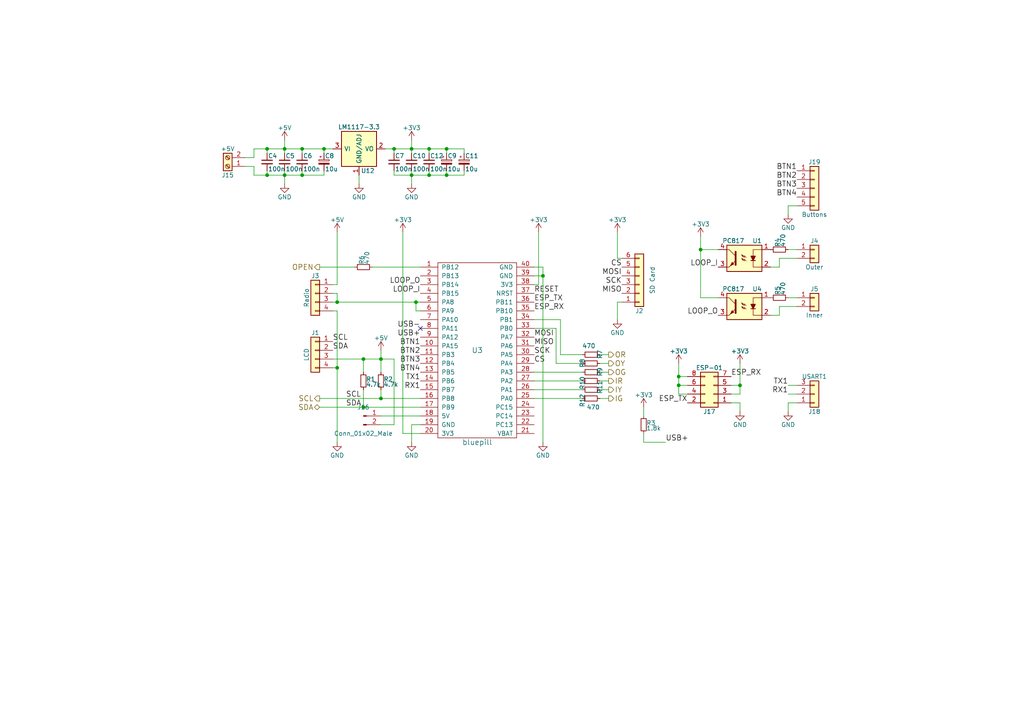
<source format=kicad_sch>
(kicad_sch (version 20230121) (generator eeschema)

  (uuid 01edb90f-8e63-4c5c-a6c6-8fa12c1733fd)

  (paper "A4")

  (lib_symbols
    (symbol "bluepill-rescue:+3.3V" (power) (pin_names (offset 0)) (in_bom yes) (on_board yes)
      (property "Reference" "#PWR" (at 0 -3.81 0)
        (effects (font (size 1.27 1.27)) hide)
      )
      (property "Value" "+3.3V" (at 0 3.556 0)
        (effects (font (size 1.27 1.27)))
      )
      (property "Footprint" "" (at 0 0 0)
        (effects (font (size 1.27 1.27)) hide)
      )
      (property "Datasheet" "" (at 0 0 0)
        (effects (font (size 1.27 1.27)) hide)
      )
      (symbol "+3.3V_0_1"
        (polyline
          (pts
            (xy -0.762 1.27)
            (xy 0 2.54)
          )
          (stroke (width 0) (type solid))
          (fill (type none))
        )
        (polyline
          (pts
            (xy 0 0)
            (xy 0 2.54)
          )
          (stroke (width 0) (type solid))
          (fill (type none))
        )
        (polyline
          (pts
            (xy 0 2.54)
            (xy 0.762 1.27)
          )
          (stroke (width 0) (type solid))
          (fill (type none))
        )
      )
      (symbol "+3.3V_1_1"
        (pin power_in line (at 0 0 90) (length 0) hide
          (name "+3V3" (effects (font (size 1.27 1.27))))
          (number "1" (effects (font (size 1.27 1.27))))
        )
      )
    )
    (symbol "bluepill-rescue:+5V" (power) (pin_names (offset 0)) (in_bom yes) (on_board yes)
      (property "Reference" "#PWR" (at 0 -3.81 0)
        (effects (font (size 1.27 1.27)) hide)
      )
      (property "Value" "+5V" (at 0 3.556 0)
        (effects (font (size 1.27 1.27)))
      )
      (property "Footprint" "" (at 0 0 0)
        (effects (font (size 1.27 1.27)) hide)
      )
      (property "Datasheet" "" (at 0 0 0)
        (effects (font (size 1.27 1.27)) hide)
      )
      (symbol "+5V_0_1"
        (polyline
          (pts
            (xy -0.762 1.27)
            (xy 0 2.54)
          )
          (stroke (width 0) (type solid))
          (fill (type none))
        )
        (polyline
          (pts
            (xy 0 0)
            (xy 0 2.54)
          )
          (stroke (width 0) (type solid))
          (fill (type none))
        )
        (polyline
          (pts
            (xy 0 2.54)
            (xy 0.762 1.27)
          )
          (stroke (width 0) (type solid))
          (fill (type none))
        )
      )
      (symbol "+5V_1_1"
        (pin power_in line (at 0 0 90) (length 0) hide
          (name "+5V" (effects (font (size 1.27 1.27))))
          (number "1" (effects (font (size 1.27 1.27))))
        )
      )
    )
    (symbol "bluepill-rescue:CP_Small" (pin_numbers hide) (pin_names (offset 0.254) hide) (in_bom yes) (on_board yes)
      (property "Reference" "C" (at 0.254 1.778 0)
        (effects (font (size 1.27 1.27)) (justify left))
      )
      (property "Value" "CP_Small" (at 0.254 -2.032 0)
        (effects (font (size 1.27 1.27)) (justify left))
      )
      (property "Footprint" "" (at 0 0 0)
        (effects (font (size 1.27 1.27)) hide)
      )
      (property "Datasheet" "" (at 0 0 0)
        (effects (font (size 1.27 1.27)) hide)
      )
      (property "ki_fp_filters" "CP_*" (at 0 0 0)
        (effects (font (size 1.27 1.27)) hide)
      )
      (symbol "CP_Small_0_1"
        (rectangle (start -1.524 -0.3048) (end 1.524 -0.6858)
          (stroke (width 0) (type solid))
          (fill (type outline))
        )
        (rectangle (start -1.524 0.6858) (end 1.524 0.3048)
          (stroke (width 0) (type solid))
          (fill (type none))
        )
        (polyline
          (pts
            (xy -1.27 1.524)
            (xy -0.762 1.524)
          )
          (stroke (width 0) (type solid))
          (fill (type none))
        )
        (polyline
          (pts
            (xy -1.016 1.27)
            (xy -1.016 1.778)
          )
          (stroke (width 0) (type solid))
          (fill (type none))
        )
      )
      (symbol "CP_Small_1_1"
        (pin passive line (at 0 2.54 270) (length 1.8542)
          (name "~" (effects (font (size 1.27 1.27))))
          (number "1" (effects (font (size 1.27 1.27))))
        )
        (pin passive line (at 0 -2.54 90) (length 1.8542)
          (name "~" (effects (font (size 1.27 1.27))))
          (number "2" (effects (font (size 1.27 1.27))))
        )
      )
    )
    (symbol "bluepill-rescue:C_Small" (pin_numbers hide) (pin_names (offset 0.254) hide) (in_bom yes) (on_board yes)
      (property "Reference" "C" (at 0.254 1.778 0)
        (effects (font (size 1.27 1.27)) (justify left))
      )
      (property "Value" "C_Small" (at 0.254 -2.032 0)
        (effects (font (size 1.27 1.27)) (justify left))
      )
      (property "Footprint" "" (at 0 0 0)
        (effects (font (size 1.27 1.27)) hide)
      )
      (property "Datasheet" "" (at 0 0 0)
        (effects (font (size 1.27 1.27)) hide)
      )
      (property "ki_fp_filters" "C_*" (at 0 0 0)
        (effects (font (size 1.27 1.27)) hide)
      )
      (symbol "C_Small_0_1"
        (polyline
          (pts
            (xy -1.524 -0.508)
            (xy 1.524 -0.508)
          )
          (stroke (width 0.3302) (type solid))
          (fill (type none))
        )
        (polyline
          (pts
            (xy -1.524 0.508)
            (xy 1.524 0.508)
          )
          (stroke (width 0.3048) (type solid))
          (fill (type none))
        )
      )
      (symbol "C_Small_1_1"
        (pin passive line (at 0 2.54 270) (length 2.032)
          (name "~" (effects (font (size 1.27 1.27))))
          (number "1" (effects (font (size 1.27 1.27))))
        )
        (pin passive line (at 0 -2.54 90) (length 2.032)
          (name "~" (effects (font (size 1.27 1.27))))
          (number "2" (effects (font (size 1.27 1.27))))
        )
      )
    )
    (symbol "bluepill-rescue:Conn_01x02" (pin_names (offset 1.016) hide) (in_bom yes) (on_board yes)
      (property "Reference" "J" (at 0 2.54 0)
        (effects (font (size 1.27 1.27)))
      )
      (property "Value" "Conn_01x02" (at 0 -5.08 0)
        (effects (font (size 1.27 1.27)))
      )
      (property "Footprint" "" (at 0 0 0)
        (effects (font (size 1.27 1.27)) hide)
      )
      (property "Datasheet" "" (at 0 0 0)
        (effects (font (size 1.27 1.27)) hide)
      )
      (property "ki_fp_filters" "Connector*:*_??x*mm* Connector*:*1x??x*mm* Pin?Header?Straight?1X* Pin?Header?Angled?1X* Socket?Strip?Straight?1X* Socket?Strip?Angled?1X*" (at 0 0 0)
        (effects (font (size 1.27 1.27)) hide)
      )
      (symbol "Conn_01x02_1_1"
        (rectangle (start -1.27 -2.413) (end 0 -2.667)
          (stroke (width 0.1524) (type solid))
          (fill (type none))
        )
        (rectangle (start -1.27 0.127) (end 0 -0.127)
          (stroke (width 0.1524) (type solid))
          (fill (type none))
        )
        (rectangle (start -1.27 1.27) (end 1.27 -3.81)
          (stroke (width 0.254) (type solid))
          (fill (type background))
        )
        (pin passive line (at -5.08 0 0) (length 3.81)
          (name "Pin_1" (effects (font (size 1.27 1.27))))
          (number "1" (effects (font (size 1.27 1.27))))
        )
        (pin passive line (at -5.08 -2.54 0) (length 3.81)
          (name "Pin_2" (effects (font (size 1.27 1.27))))
          (number "2" (effects (font (size 1.27 1.27))))
        )
      )
    )
    (symbol "bluepill-rescue:Conn_01x02_Male" (pin_names (offset 1.016) hide) (in_bom yes) (on_board yes)
      (property "Reference" "J" (at 0 2.54 0)
        (effects (font (size 1.27 1.27)))
      )
      (property "Value" "Conn_01x02_Male" (at 0 -5.08 0)
        (effects (font (size 1.27 1.27)))
      )
      (property "Footprint" "" (at 0 0 0)
        (effects (font (size 1.27 1.27)) hide)
      )
      (property "Datasheet" "" (at 0 0 0)
        (effects (font (size 1.27 1.27)) hide)
      )
      (property "ki_fp_filters" "Connector*:*_??x*mm* Connector*:*1x??x*mm* Pin?Header?Straight?1X* Pin?Header?Angled?1X*" (at 0 0 0)
        (effects (font (size 1.27 1.27)) hide)
      )
      (symbol "Conn_01x02_Male_1_1"
        (polyline
          (pts
            (xy 1.27 -2.54)
            (xy 0.8636 -2.54)
          )
          (stroke (width 0.1524) (type solid))
          (fill (type none))
        )
        (polyline
          (pts
            (xy 1.27 0)
            (xy 0.8636 0)
          )
          (stroke (width 0.1524) (type solid))
          (fill (type none))
        )
        (rectangle (start 0.8636 -2.413) (end 0 -2.667)
          (stroke (width 0.1524) (type solid))
          (fill (type outline))
        )
        (rectangle (start 0.8636 0.127) (end 0 -0.127)
          (stroke (width 0.1524) (type solid))
          (fill (type outline))
        )
        (pin passive line (at 5.08 0 180) (length 3.81)
          (name "Pin_1" (effects (font (size 1.27 1.27))))
          (number "1" (effects (font (size 1.27 1.27))))
        )
        (pin passive line (at 5.08 -2.54 180) (length 3.81)
          (name "Pin_2" (effects (font (size 1.27 1.27))))
          (number "2" (effects (font (size 1.27 1.27))))
        )
      )
    )
    (symbol "bluepill-rescue:Conn_01x03" (pin_names (offset 1.016) hide) (in_bom yes) (on_board yes)
      (property "Reference" "J" (at 0 5.08 0)
        (effects (font (size 1.27 1.27)))
      )
      (property "Value" "Conn_01x03" (at 0 -5.08 0)
        (effects (font (size 1.27 1.27)))
      )
      (property "Footprint" "" (at 0 0 0)
        (effects (font (size 1.27 1.27)) hide)
      )
      (property "Datasheet" "" (at 0 0 0)
        (effects (font (size 1.27 1.27)) hide)
      )
      (property "ki_fp_filters" "Connector*:*_??x*mm* Connector*:*1x??x*mm* Pin?Header?Straight?1X* Pin?Header?Angled?1X* Socket?Strip?Straight?1X* Socket?Strip?Angled?1X*" (at 0 0 0)
        (effects (font (size 1.27 1.27)) hide)
      )
      (symbol "Conn_01x03_1_1"
        (rectangle (start -1.27 -2.413) (end 0 -2.667)
          (stroke (width 0.1524) (type solid))
          (fill (type none))
        )
        (rectangle (start -1.27 0.127) (end 0 -0.127)
          (stroke (width 0.1524) (type solid))
          (fill (type none))
        )
        (rectangle (start -1.27 2.667) (end 0 2.413)
          (stroke (width 0.1524) (type solid))
          (fill (type none))
        )
        (rectangle (start -1.27 3.81) (end 1.27 -3.81)
          (stroke (width 0.254) (type solid))
          (fill (type background))
        )
        (pin passive line (at -5.08 2.54 0) (length 3.81)
          (name "Pin_1" (effects (font (size 1.27 1.27))))
          (number "1" (effects (font (size 1.27 1.27))))
        )
        (pin passive line (at -5.08 0 0) (length 3.81)
          (name "Pin_2" (effects (font (size 1.27 1.27))))
          (number "2" (effects (font (size 1.27 1.27))))
        )
        (pin passive line (at -5.08 -2.54 0) (length 3.81)
          (name "Pin_3" (effects (font (size 1.27 1.27))))
          (number "3" (effects (font (size 1.27 1.27))))
        )
      )
    )
    (symbol "bluepill-rescue:Conn_01x04" (pin_names (offset 1.016) hide) (in_bom yes) (on_board yes)
      (property "Reference" "J" (at 0 5.08 0)
        (effects (font (size 1.27 1.27)))
      )
      (property "Value" "Conn_01x04" (at 0 -7.62 0)
        (effects (font (size 1.27 1.27)))
      )
      (property "Footprint" "" (at 0 0 0)
        (effects (font (size 1.27 1.27)) hide)
      )
      (property "Datasheet" "" (at 0 0 0)
        (effects (font (size 1.27 1.27)) hide)
      )
      (property "ki_fp_filters" "Connector*:*_??x*mm* Connector*:*1x??x*mm* Pin?Header?Straight?1X* Pin?Header?Angled?1X* Socket?Strip?Straight?1X* Socket?Strip?Angled?1X*" (at 0 0 0)
        (effects (font (size 1.27 1.27)) hide)
      )
      (symbol "Conn_01x04_1_1"
        (rectangle (start -1.27 -4.953) (end 0 -5.207)
          (stroke (width 0.1524) (type solid))
          (fill (type none))
        )
        (rectangle (start -1.27 -2.413) (end 0 -2.667)
          (stroke (width 0.1524) (type solid))
          (fill (type none))
        )
        (rectangle (start -1.27 0.127) (end 0 -0.127)
          (stroke (width 0.1524) (type solid))
          (fill (type none))
        )
        (rectangle (start -1.27 2.667) (end 0 2.413)
          (stroke (width 0.1524) (type solid))
          (fill (type none))
        )
        (rectangle (start -1.27 3.81) (end 1.27 -6.35)
          (stroke (width 0.254) (type solid))
          (fill (type background))
        )
        (pin passive line (at -5.08 2.54 0) (length 3.81)
          (name "Pin_1" (effects (font (size 1.27 1.27))))
          (number "1" (effects (font (size 1.27 1.27))))
        )
        (pin passive line (at -5.08 0 0) (length 3.81)
          (name "Pin_2" (effects (font (size 1.27 1.27))))
          (number "2" (effects (font (size 1.27 1.27))))
        )
        (pin passive line (at -5.08 -2.54 0) (length 3.81)
          (name "Pin_3" (effects (font (size 1.27 1.27))))
          (number "3" (effects (font (size 1.27 1.27))))
        )
        (pin passive line (at -5.08 -5.08 0) (length 3.81)
          (name "Pin_4" (effects (font (size 1.27 1.27))))
          (number "4" (effects (font (size 1.27 1.27))))
        )
      )
    )
    (symbol "bluepill-rescue:Conn_01x05" (pin_names (offset 1.016) hide) (in_bom yes) (on_board yes)
      (property "Reference" "J" (at 0 7.62 0)
        (effects (font (size 1.27 1.27)))
      )
      (property "Value" "Conn_01x05" (at 0 -7.62 0)
        (effects (font (size 1.27 1.27)))
      )
      (property "Footprint" "" (at 0 0 0)
        (effects (font (size 1.27 1.27)) hide)
      )
      (property "Datasheet" "" (at 0 0 0)
        (effects (font (size 1.27 1.27)) hide)
      )
      (property "ki_fp_filters" "Connector*:*_??x*mm* Connector*:*1x??x*mm* Pin?Header?Straight?1X* Pin?Header?Angled?1X* Socket?Strip?Straight?1X* Socket?Strip?Angled?1X*" (at 0 0 0)
        (effects (font (size 1.27 1.27)) hide)
      )
      (symbol "Conn_01x05_1_1"
        (rectangle (start -1.27 -4.953) (end 0 -5.207)
          (stroke (width 0.1524) (type solid))
          (fill (type none))
        )
        (rectangle (start -1.27 -2.413) (end 0 -2.667)
          (stroke (width 0.1524) (type solid))
          (fill (type none))
        )
        (rectangle (start -1.27 0.127) (end 0 -0.127)
          (stroke (width 0.1524) (type solid))
          (fill (type none))
        )
        (rectangle (start -1.27 2.667) (end 0 2.413)
          (stroke (width 0.1524) (type solid))
          (fill (type none))
        )
        (rectangle (start -1.27 5.207) (end 0 4.953)
          (stroke (width 0.1524) (type solid))
          (fill (type none))
        )
        (rectangle (start -1.27 6.35) (end 1.27 -6.35)
          (stroke (width 0.254) (type solid))
          (fill (type background))
        )
        (pin passive line (at -5.08 5.08 0) (length 3.81)
          (name "Pin_1" (effects (font (size 1.27 1.27))))
          (number "1" (effects (font (size 1.27 1.27))))
        )
        (pin passive line (at -5.08 2.54 0) (length 3.81)
          (name "Pin_2" (effects (font (size 1.27 1.27))))
          (number "2" (effects (font (size 1.27 1.27))))
        )
        (pin passive line (at -5.08 0 0) (length 3.81)
          (name "Pin_3" (effects (font (size 1.27 1.27))))
          (number "3" (effects (font (size 1.27 1.27))))
        )
        (pin passive line (at -5.08 -2.54 0) (length 3.81)
          (name "Pin_4" (effects (font (size 1.27 1.27))))
          (number "4" (effects (font (size 1.27 1.27))))
        )
        (pin passive line (at -5.08 -5.08 0) (length 3.81)
          (name "Pin_5" (effects (font (size 1.27 1.27))))
          (number "5" (effects (font (size 1.27 1.27))))
        )
      )
    )
    (symbol "bluepill-rescue:Conn_01x06" (pin_names (offset 1.016) hide) (in_bom yes) (on_board yes)
      (property "Reference" "J" (at 0 7.62 0)
        (effects (font (size 1.27 1.27)))
      )
      (property "Value" "Conn_01x06" (at 0 -10.16 0)
        (effects (font (size 1.27 1.27)))
      )
      (property "Footprint" "" (at 0 0 0)
        (effects (font (size 1.27 1.27)) hide)
      )
      (property "Datasheet" "" (at 0 0 0)
        (effects (font (size 1.27 1.27)) hide)
      )
      (property "ki_fp_filters" "Connector*:*_??x*mm* Connector*:*1x??x*mm* Pin?Header?Straight?1X* Pin?Header?Angled?1X* Socket?Strip?Straight?1X* Socket?Strip?Angled?1X*" (at 0 0 0)
        (effects (font (size 1.27 1.27)) hide)
      )
      (symbol "Conn_01x06_1_1"
        (rectangle (start -1.27 -7.493) (end 0 -7.747)
          (stroke (width 0.1524) (type solid))
          (fill (type none))
        )
        (rectangle (start -1.27 -4.953) (end 0 -5.207)
          (stroke (width 0.1524) (type solid))
          (fill (type none))
        )
        (rectangle (start -1.27 -2.413) (end 0 -2.667)
          (stroke (width 0.1524) (type solid))
          (fill (type none))
        )
        (rectangle (start -1.27 0.127) (end 0 -0.127)
          (stroke (width 0.1524) (type solid))
          (fill (type none))
        )
        (rectangle (start -1.27 2.667) (end 0 2.413)
          (stroke (width 0.1524) (type solid))
          (fill (type none))
        )
        (rectangle (start -1.27 5.207) (end 0 4.953)
          (stroke (width 0.1524) (type solid))
          (fill (type none))
        )
        (rectangle (start -1.27 6.35) (end 1.27 -8.89)
          (stroke (width 0.254) (type solid))
          (fill (type background))
        )
        (pin passive line (at -5.08 5.08 0) (length 3.81)
          (name "Pin_1" (effects (font (size 1.27 1.27))))
          (number "1" (effects (font (size 1.27 1.27))))
        )
        (pin passive line (at -5.08 2.54 0) (length 3.81)
          (name "Pin_2" (effects (font (size 1.27 1.27))))
          (number "2" (effects (font (size 1.27 1.27))))
        )
        (pin passive line (at -5.08 0 0) (length 3.81)
          (name "Pin_3" (effects (font (size 1.27 1.27))))
          (number "3" (effects (font (size 1.27 1.27))))
        )
        (pin passive line (at -5.08 -2.54 0) (length 3.81)
          (name "Pin_4" (effects (font (size 1.27 1.27))))
          (number "4" (effects (font (size 1.27 1.27))))
        )
        (pin passive line (at -5.08 -5.08 0) (length 3.81)
          (name "Pin_5" (effects (font (size 1.27 1.27))))
          (number "5" (effects (font (size 1.27 1.27))))
        )
        (pin passive line (at -5.08 -7.62 0) (length 3.81)
          (name "Pin_6" (effects (font (size 1.27 1.27))))
          (number "6" (effects (font (size 1.27 1.27))))
        )
      )
    )
    (symbol "bluepill-rescue:Conn_02x04_Odd_Even" (pin_names (offset 1.016) hide) (in_bom yes) (on_board yes)
      (property "Reference" "J" (at 1.27 5.08 0)
        (effects (font (size 1.27 1.27)))
      )
      (property "Value" "Conn_02x04_Odd_Even" (at 1.27 -7.62 0)
        (effects (font (size 1.27 1.27)))
      )
      (property "Footprint" "" (at 0 0 0)
        (effects (font (size 1.27 1.27)) hide)
      )
      (property "Datasheet" "" (at 0 0 0)
        (effects (font (size 1.27 1.27)) hide)
      )
      (property "ki_fp_filters" "Connector*:*2x??x*mm* Connector*:*2x???Pitch* Pin_Header_Straight_2X* Pin_Header_Angled_2X* Socket_Strip_Straight_2X* Socket_Strip_Angled_2X*" (at 0 0 0)
        (effects (font (size 1.27 1.27)) hide)
      )
      (symbol "Conn_02x04_Odd_Even_1_1"
        (rectangle (start -1.27 -4.953) (end 0 -5.207)
          (stroke (width 0.1524) (type solid))
          (fill (type none))
        )
        (rectangle (start -1.27 -2.413) (end 0 -2.667)
          (stroke (width 0.1524) (type solid))
          (fill (type none))
        )
        (rectangle (start -1.27 0.127) (end 0 -0.127)
          (stroke (width 0.1524) (type solid))
          (fill (type none))
        )
        (rectangle (start -1.27 2.667) (end 0 2.413)
          (stroke (width 0.1524) (type solid))
          (fill (type none))
        )
        (rectangle (start -1.27 3.81) (end 3.81 -6.35)
          (stroke (width 0.254) (type solid))
          (fill (type background))
        )
        (rectangle (start 3.81 -4.953) (end 2.54 -5.207)
          (stroke (width 0.1524) (type solid))
          (fill (type none))
        )
        (rectangle (start 3.81 -2.413) (end 2.54 -2.667)
          (stroke (width 0.1524) (type solid))
          (fill (type none))
        )
        (rectangle (start 3.81 0.127) (end 2.54 -0.127)
          (stroke (width 0.1524) (type solid))
          (fill (type none))
        )
        (rectangle (start 3.81 2.667) (end 2.54 2.413)
          (stroke (width 0.1524) (type solid))
          (fill (type none))
        )
        (pin passive line (at -5.08 2.54 0) (length 3.81)
          (name "Pin_1" (effects (font (size 1.27 1.27))))
          (number "1" (effects (font (size 1.27 1.27))))
        )
        (pin passive line (at 7.62 2.54 180) (length 3.81)
          (name "Pin_2" (effects (font (size 1.27 1.27))))
          (number "2" (effects (font (size 1.27 1.27))))
        )
        (pin passive line (at -5.08 0 0) (length 3.81)
          (name "Pin_3" (effects (font (size 1.27 1.27))))
          (number "3" (effects (font (size 1.27 1.27))))
        )
        (pin passive line (at 7.62 0 180) (length 3.81)
          (name "Pin_4" (effects (font (size 1.27 1.27))))
          (number "4" (effects (font (size 1.27 1.27))))
        )
        (pin passive line (at -5.08 -2.54 0) (length 3.81)
          (name "Pin_5" (effects (font (size 1.27 1.27))))
          (number "5" (effects (font (size 1.27 1.27))))
        )
        (pin passive line (at 7.62 -2.54 180) (length 3.81)
          (name "Pin_6" (effects (font (size 1.27 1.27))))
          (number "6" (effects (font (size 1.27 1.27))))
        )
        (pin passive line (at -5.08 -5.08 0) (length 3.81)
          (name "Pin_7" (effects (font (size 1.27 1.27))))
          (number "7" (effects (font (size 1.27 1.27))))
        )
        (pin passive line (at 7.62 -5.08 180) (length 3.81)
          (name "Pin_8" (effects (font (size 1.27 1.27))))
          (number "8" (effects (font (size 1.27 1.27))))
        )
      )
    )
    (symbol "bluepill-rescue:GND" (power) (pin_names (offset 0)) (in_bom yes) (on_board yes)
      (property "Reference" "#PWR" (at 0 -6.35 0)
        (effects (font (size 1.27 1.27)) hide)
      )
      (property "Value" "GND" (at 0 -3.81 0)
        (effects (font (size 1.27 1.27)))
      )
      (property "Footprint" "" (at 0 0 0)
        (effects (font (size 1.27 1.27)) hide)
      )
      (property "Datasheet" "" (at 0 0 0)
        (effects (font (size 1.27 1.27)) hide)
      )
      (symbol "GND_0_1"
        (polyline
          (pts
            (xy 0 0)
            (xy 0 -1.27)
            (xy 1.27 -1.27)
            (xy 0 -2.54)
            (xy -1.27 -1.27)
            (xy 0 -1.27)
          )
          (stroke (width 0) (type solid))
          (fill (type none))
        )
      )
      (symbol "GND_1_1"
        (pin power_in line (at 0 0 270) (length 0) hide
          (name "GND" (effects (font (size 1.27 1.27))))
          (number "1" (effects (font (size 1.27 1.27))))
        )
      )
    )
    (symbol "bluepill-rescue:LM1117-3.3" (pin_names (offset 0.762)) (in_bom yes) (on_board yes)
      (property "Reference" "U" (at 2.54 -6.35 0)
        (effects (font (size 1.27 1.27)))
      )
      (property "Value" "LM1117-3.3" (at 0 6.35 0)
        (effects (font (size 1.27 1.27)))
      )
      (property "Footprint" "" (at 0 0 0)
        (effects (font (size 1.27 1.27)) hide)
      )
      (property "Datasheet" "" (at 0 0 0)
        (effects (font (size 1.27 1.27)) hide)
      )
      (property "ki_fp_filters" "SOT-223* TO-263* TO-252*" (at 0 0 0)
        (effects (font (size 1.27 1.27)) hide)
      )
      (symbol "LM1117-3.3_0_1"
        (rectangle (start -5.08 -5.08) (end 5.08 5.08)
          (stroke (width 0.254) (type solid))
          (fill (type background))
        )
      )
      (symbol "LM1117-3.3_1_1"
        (pin power_in line (at 0 -7.62 90) (length 2.54)
          (name "GND/ADJ" (effects (font (size 1.27 1.27))))
          (number "1" (effects (font (size 1.27 1.27))))
        )
        (pin power_out line (at 7.62 0 180) (length 2.54)
          (name "VO" (effects (font (size 1.27 1.27))))
          (number "2" (effects (font (size 1.27 1.27))))
        )
        (pin power_in line (at -7.62 0 0) (length 2.54)
          (name "VI" (effects (font (size 1.27 1.27))))
          (number "3" (effects (font (size 1.27 1.27))))
        )
        (pin power_out line (at 7.62 0 180) (length 2.54) hide
          (name "VO" (effects (font (size 1.27 1.27))))
          (number "4" (effects (font (size 1.27 1.27))))
        )
      )
    )
    (symbol "bluepill-rescue:PC817" (pin_names (offset 1.016)) (in_bom yes) (on_board yes)
      (property "Reference" "U" (at -5.08 5.08 0)
        (effects (font (size 1.27 1.27)) (justify left))
      )
      (property "Value" "PC817" (at 0 5.08 0)
        (effects (font (size 1.27 1.27)) (justify left))
      )
      (property "Footprint" "Housings_DIP:DIP-4_W7.62mm" (at -5.08 -5.08 0)
        (effects (font (size 1.27 1.27) italic) (justify left) hide)
      )
      (property "Datasheet" "" (at 0 0 0)
        (effects (font (size 1.27 1.27)) (justify left) hide)
      )
      (property "ki_fp_filters" "DIP*W7.62mm*" (at 0 0 0)
        (effects (font (size 1.27 1.27)) hide)
      )
      (symbol "PC817_0_1"
        (rectangle (start -5.08 3.81) (end 5.08 -3.81)
          (stroke (width 0.254) (type solid))
          (fill (type background))
        )
        (polyline
          (pts
            (xy -3.175 -0.635)
            (xy -1.905 -0.635)
          )
          (stroke (width 0.254) (type solid))
          (fill (type none))
        )
        (polyline
          (pts
            (xy 2.54 0.635)
            (xy 4.445 2.54)
          )
          (stroke (width 0) (type solid))
          (fill (type none))
        )
        (polyline
          (pts
            (xy 4.445 -2.54)
            (xy 2.54 -0.635)
          )
          (stroke (width 0) (type solid))
          (fill (type outline))
        )
        (polyline
          (pts
            (xy 4.445 -2.54)
            (xy 5.08 -2.54)
          )
          (stroke (width 0) (type solid))
          (fill (type none))
        )
        (polyline
          (pts
            (xy 4.445 2.54)
            (xy 5.08 2.54)
          )
          (stroke (width 0) (type solid))
          (fill (type none))
        )
        (polyline
          (pts
            (xy -5.08 2.54)
            (xy -2.54 2.54)
            (xy -2.54 0.635)
          )
          (stroke (width 0) (type solid))
          (fill (type none))
        )
        (polyline
          (pts
            (xy -2.54 -0.635)
            (xy -2.54 -2.54)
            (xy -5.08 -2.54)
          )
          (stroke (width 0) (type solid))
          (fill (type none))
        )
        (polyline
          (pts
            (xy 2.54 1.905)
            (xy 2.54 -1.905)
            (xy 2.54 -1.905)
          )
          (stroke (width 0.508) (type solid))
          (fill (type none))
        )
        (polyline
          (pts
            (xy -2.54 -0.635)
            (xy -3.175 0.635)
            (xy -1.905 0.635)
            (xy -2.54 -0.635)
          )
          (stroke (width 0.254) (type solid))
          (fill (type outline))
        )
        (polyline
          (pts
            (xy -0.508 0.254)
            (xy 0.0254 0.762)
            (xy 0.0254 0.254)
            (xy 0.7874 1.016)
          )
          (stroke (width 0) (type solid))
          (fill (type none))
        )
        (polyline
          (pts
            (xy 0.7874 1.016)
            (xy 0.2794 0.762)
            (xy 0.5334 0.508)
            (xy 0.7874 1.016)
          )
          (stroke (width 0) (type solid))
          (fill (type none))
        )
        (polyline
          (pts
            (xy 3.048 -1.651)
            (xy 3.556 -1.143)
            (xy 4.064 -2.159)
            (xy 3.048 -1.651)
            (xy 3.048 -1.651)
          )
          (stroke (width 0) (type solid))
          (fill (type outline))
        )
        (polyline
          (pts
            (xy -0.508 -0.762)
            (xy 0.0254 -0.254)
            (xy 0.0254 -0.762)
            (xy 0.7874 0)
            (xy 0.2794 -0.254)
            (xy 0.5334 -0.508)
            (xy 0.7874 0)
          )
          (stroke (width 0) (type solid))
          (fill (type none))
        )
      )
      (symbol "PC817_1_1"
        (pin passive line (at -7.62 2.54 0) (length 2.54)
          (name "~" (effects (font (size 1.27 1.27))))
          (number "1" (effects (font (size 1.27 1.27))))
        )
        (pin passive line (at -7.62 -2.54 0) (length 2.54)
          (name "~" (effects (font (size 1.27 1.27))))
          (number "2" (effects (font (size 1.27 1.27))))
        )
        (pin passive line (at 7.62 -2.54 180) (length 2.54)
          (name "~" (effects (font (size 1.27 1.27))))
          (number "3" (effects (font (size 1.27 1.27))))
        )
        (pin passive line (at 7.62 2.54 180) (length 2.54)
          (name "~" (effects (font (size 1.27 1.27))))
          (number "4" (effects (font (size 1.27 1.27))))
        )
      )
    )
    (symbol "bluepill-rescue:R_Small" (pin_numbers hide) (pin_names (offset 0.254) hide) (in_bom yes) (on_board yes)
      (property "Reference" "R" (at 0.762 0.508 0)
        (effects (font (size 1.27 1.27)) (justify left))
      )
      (property "Value" "R_Small" (at 0.762 -1.016 0)
        (effects (font (size 1.27 1.27)) (justify left))
      )
      (property "Footprint" "" (at 0 0 0)
        (effects (font (size 1.27 1.27)) hide)
      )
      (property "Datasheet" "" (at 0 0 0)
        (effects (font (size 1.27 1.27)) hide)
      )
      (property "ki_fp_filters" "R_*" (at 0 0 0)
        (effects (font (size 1.27 1.27)) hide)
      )
      (symbol "R_Small_0_1"
        (rectangle (start -0.762 1.778) (end 0.762 -1.778)
          (stroke (width 0.2032) (type solid))
          (fill (type none))
        )
      )
      (symbol "R_Small_1_1"
        (pin passive line (at 0 2.54 270) (length 0.762)
          (name "~" (effects (font (size 1.27 1.27))))
          (number "1" (effects (font (size 1.27 1.27))))
        )
        (pin passive line (at 0 -2.54 90) (length 0.762)
          (name "~" (effects (font (size 1.27 1.27))))
          (number "2" (effects (font (size 1.27 1.27))))
        )
      )
    )
    (symbol "bluepill-rescue:Screw_Terminal_01x02" (pin_names (offset 1.016) hide) (in_bom yes) (on_board yes)
      (property "Reference" "J" (at 0 2.54 0)
        (effects (font (size 1.27 1.27)))
      )
      (property "Value" "Screw_Terminal_01x02" (at 0 -5.08 0)
        (effects (font (size 1.27 1.27)))
      )
      (property "Footprint" "" (at 0 0 0)
        (effects (font (size 1.27 1.27)) hide)
      )
      (property "Datasheet" "" (at 0 0 0)
        (effects (font (size 1.27 1.27)) hide)
      )
      (property "ki_fp_filters" "Connector*Terminal*Block*:* TerminalBlock*" (at 0 0 0)
        (effects (font (size 1.27 1.27)) hide)
      )
      (symbol "Screw_Terminal_01x02_1_1"
        (rectangle (start -1.27 1.27) (end 1.27 -3.81)
          (stroke (width 0.254) (type solid))
          (fill (type background))
        )
        (circle (center 0 -2.54) (radius 0.635)
          (stroke (width 0.1524) (type solid))
          (fill (type none))
        )
        (polyline
          (pts
            (xy -0.5334 -2.2098)
            (xy 0.3302 -3.048)
          )
          (stroke (width 0.1524) (type solid))
          (fill (type none))
        )
        (polyline
          (pts
            (xy -0.5334 0.3302)
            (xy 0.3302 -0.508)
          )
          (stroke (width 0.1524) (type solid))
          (fill (type none))
        )
        (polyline
          (pts
            (xy -0.3556 -2.032)
            (xy 0.508 -2.8702)
          )
          (stroke (width 0.1524) (type solid))
          (fill (type none))
        )
        (polyline
          (pts
            (xy -0.3556 0.508)
            (xy 0.508 -0.3302)
          )
          (stroke (width 0.1524) (type solid))
          (fill (type none))
        )
        (circle (center 0 0) (radius 0.635)
          (stroke (width 0.1524) (type solid))
          (fill (type none))
        )
        (pin passive line (at -5.08 0 0) (length 3.81)
          (name "Pin_1" (effects (font (size 1.27 1.27))))
          (number "1" (effects (font (size 1.27 1.27))))
        )
        (pin passive line (at -5.08 -2.54 0) (length 3.81)
          (name "Pin_2" (effects (font (size 1.27 1.27))))
          (number "2" (effects (font (size 1.27 1.27))))
        )
      )
    )
    (symbol "bluepill:bluepill" (pin_names (offset 1.016)) (in_bom yes) (on_board yes)
      (property "Reference" "U" (at 0 27.94 0)
        (effects (font (size 1.524 1.524)))
      )
      (property "Value" "bluepill" (at 0 1.27 0)
        (effects (font (size 1.524 1.524)))
      )
      (property "Footprint" "" (at 0 2.54 0)
        (effects (font (size 1.524 1.524)) hide)
      )
      (property "Datasheet" "" (at 0 2.54 0)
        (effects (font (size 1.524 1.524)) hide)
      )
      (symbol "bluepill_0_1"
        (rectangle (start -11.43 53.34) (end 11.43 2.54)
          (stroke (width 0) (type solid))
          (fill (type none))
        )
      )
      (symbol "bluepill_1_1"
        (pin bidirectional line (at -16.51 52.07 0) (length 5.08)
          (name "PB12" (effects (font (size 1.27 1.27))))
          (number "1" (effects (font (size 1.27 1.27))))
        )
        (pin bidirectional line (at -16.51 29.21 0) (length 5.08)
          (name "PA15" (effects (font (size 1.27 1.27))))
          (number "10" (effects (font (size 1.27 1.27))))
        )
        (pin bidirectional line (at -16.51 26.67 0) (length 5.08)
          (name "PB3" (effects (font (size 1.27 1.27))))
          (number "11" (effects (font (size 1.27 1.27))))
        )
        (pin bidirectional line (at -16.51 24.13 0) (length 5.08)
          (name "PB4" (effects (font (size 1.27 1.27))))
          (number "12" (effects (font (size 1.27 1.27))))
        )
        (pin bidirectional line (at -16.51 21.59 0) (length 5.08)
          (name "PB5" (effects (font (size 1.27 1.27))))
          (number "13" (effects (font (size 1.27 1.27))))
        )
        (pin bidirectional line (at -16.51 19.05 0) (length 5.08)
          (name "PB6" (effects (font (size 1.27 1.27))))
          (number "14" (effects (font (size 1.27 1.27))))
        )
        (pin bidirectional line (at -16.51 16.51 0) (length 5.08)
          (name "PB7" (effects (font (size 1.27 1.27))))
          (number "15" (effects (font (size 1.27 1.27))))
        )
        (pin bidirectional line (at -16.51 13.97 0) (length 5.08)
          (name "PB8" (effects (font (size 1.27 1.27))))
          (number "16" (effects (font (size 1.27 1.27))))
        )
        (pin bidirectional line (at -16.51 11.43 0) (length 5.08)
          (name "PB9" (effects (font (size 1.27 1.27))))
          (number "17" (effects (font (size 1.27 1.27))))
        )
        (pin power_in line (at -16.51 8.89 0) (length 5.08)
          (name "5V" (effects (font (size 1.27 1.27))))
          (number "18" (effects (font (size 1.27 1.27))))
        )
        (pin power_in line (at -16.51 6.35 0) (length 5.08)
          (name "GND" (effects (font (size 1.27 1.27))))
          (number "19" (effects (font (size 1.27 1.27))))
        )
        (pin bidirectional line (at -16.51 49.53 0) (length 5.08)
          (name "PB13" (effects (font (size 1.27 1.27))))
          (number "2" (effects (font (size 1.27 1.27))))
        )
        (pin power_in line (at -16.51 3.81 0) (length 5.08)
          (name "3V3" (effects (font (size 1.27 1.27))))
          (number "20" (effects (font (size 1.27 1.27))))
        )
        (pin power_in line (at 16.51 3.81 180) (length 5.08)
          (name "VBAT" (effects (font (size 1.27 1.27))))
          (number "21" (effects (font (size 1.27 1.27))))
        )
        (pin bidirectional line (at 16.51 6.35 180) (length 5.08)
          (name "PC13" (effects (font (size 1.27 1.27))))
          (number "22" (effects (font (size 1.27 1.27))))
        )
        (pin bidirectional line (at 16.51 8.89 180) (length 5.08)
          (name "PC14" (effects (font (size 1.27 1.27))))
          (number "23" (effects (font (size 1.27 1.27))))
        )
        (pin bidirectional line (at 16.51 11.43 180) (length 5.08)
          (name "PC15" (effects (font (size 1.27 1.27))))
          (number "24" (effects (font (size 1.27 1.27))))
        )
        (pin bidirectional line (at 16.51 13.97 180) (length 5.08)
          (name "PA0" (effects (font (size 1.27 1.27))))
          (number "25" (effects (font (size 1.27 1.27))))
        )
        (pin bidirectional line (at 16.51 16.51 180) (length 5.08)
          (name "PA1" (effects (font (size 1.27 1.27))))
          (number "26" (effects (font (size 1.27 1.27))))
        )
        (pin bidirectional line (at 16.51 19.05 180) (length 5.08)
          (name "PA2" (effects (font (size 1.27 1.27))))
          (number "27" (effects (font (size 1.27 1.27))))
        )
        (pin bidirectional line (at 16.51 21.59 180) (length 5.08)
          (name "PA3" (effects (font (size 1.27 1.27))))
          (number "28" (effects (font (size 1.27 1.27))))
        )
        (pin bidirectional line (at 16.51 24.13 180) (length 5.08)
          (name "PA4" (effects (font (size 1.27 1.27))))
          (number "29" (effects (font (size 1.27 1.27))))
        )
        (pin bidirectional line (at -16.51 46.99 0) (length 5.08)
          (name "PB14" (effects (font (size 1.27 1.27))))
          (number "3" (effects (font (size 1.27 1.27))))
        )
        (pin bidirectional line (at 16.51 26.67 180) (length 5.08)
          (name "PA5" (effects (font (size 1.27 1.27))))
          (number "30" (effects (font (size 1.27 1.27))))
        )
        (pin bidirectional line (at 16.51 29.21 180) (length 5.08)
          (name "PA6" (effects (font (size 1.27 1.27))))
          (number "31" (effects (font (size 1.27 1.27))))
        )
        (pin bidirectional line (at 16.51 31.75 180) (length 5.08)
          (name "PA7" (effects (font (size 1.27 1.27))))
          (number "32" (effects (font (size 1.27 1.27))))
        )
        (pin bidirectional line (at 16.51 34.29 180) (length 5.08)
          (name "PB0" (effects (font (size 1.27 1.27))))
          (number "33" (effects (font (size 1.27 1.27))))
        )
        (pin bidirectional line (at 16.51 36.83 180) (length 5.08)
          (name "PB1" (effects (font (size 1.27 1.27))))
          (number "34" (effects (font (size 1.27 1.27))))
        )
        (pin bidirectional line (at 16.51 39.37 180) (length 5.08)
          (name "PB10" (effects (font (size 1.27 1.27))))
          (number "35" (effects (font (size 1.27 1.27))))
        )
        (pin bidirectional line (at 16.51 41.91 180) (length 5.08)
          (name "PB11" (effects (font (size 1.27 1.27))))
          (number "36" (effects (font (size 1.27 1.27))))
        )
        (pin bidirectional line (at 16.51 44.45 180) (length 5.08)
          (name "NRST" (effects (font (size 1.27 1.27))))
          (number "37" (effects (font (size 1.27 1.27))))
        )
        (pin power_in line (at 16.51 46.99 180) (length 5.08)
          (name "3V3" (effects (font (size 1.27 1.27))))
          (number "38" (effects (font (size 1.27 1.27))))
        )
        (pin power_in line (at 16.51 49.53 180) (length 5.08)
          (name "GND" (effects (font (size 1.27 1.27))))
          (number "39" (effects (font (size 1.27 1.27))))
        )
        (pin bidirectional line (at -16.51 44.45 0) (length 5.08)
          (name "PB15" (effects (font (size 1.27 1.27))))
          (number "4" (effects (font (size 1.27 1.27))))
        )
        (pin power_in line (at 16.51 52.07 180) (length 5.08)
          (name "GND" (effects (font (size 1.27 1.27))))
          (number "40" (effects (font (size 1.27 1.27))))
        )
        (pin bidirectional line (at -16.51 41.91 0) (length 5.08)
          (name "PA8" (effects (font (size 1.27 1.27))))
          (number "5" (effects (font (size 1.27 1.27))))
        )
        (pin bidirectional line (at -16.51 39.37 0) (length 5.08)
          (name "PA9" (effects (font (size 1.27 1.27))))
          (number "6" (effects (font (size 1.27 1.27))))
        )
        (pin bidirectional line (at -16.51 36.83 0) (length 5.08)
          (name "PA10" (effects (font (size 1.27 1.27))))
          (number "7" (effects (font (size 1.27 1.27))))
        )
        (pin bidirectional line (at -16.51 34.29 0) (length 5.08)
          (name "PA11" (effects (font (size 1.27 1.27))))
          (number "8" (effects (font (size 1.27 1.27))))
        )
        (pin bidirectional line (at -16.51 31.75 0) (length 5.08)
          (name "PA12" (effects (font (size 1.27 1.27))))
          (number "9" (effects (font (size 1.27 1.27))))
        )
      )
    )
  )

  (junction (at 129.54 43.18) (diameter 0) (color 0 0 0 0)
    (uuid 0654fda8-2a22-4f86-99c9-4b3ed458b31c)
  )
  (junction (at 82.55 43.18) (diameter 0) (color 0 0 0 0)
    (uuid 0e41a7ef-40e9-4beb-9943-00f38691e740)
  )
  (junction (at 82.55 50.8) (diameter 0) (color 0 0 0 0)
    (uuid 105dba5c-fd14-41ad-b6ec-cbec0e421f25)
  )
  (junction (at 203.2 72.39) (diameter 0) (color 0 0 0 0)
    (uuid 15f0882d-b10b-4cac-bc3e-cb7ac9ecf474)
  )
  (junction (at 214.63 111.76) (diameter 0) (color 0 0 0 0)
    (uuid 19156884-d652-4282-a5c2-19ad8ebf989f)
  )
  (junction (at 124.46 50.8) (diameter 0) (color 0 0 0 0)
    (uuid 22124d84-4790-450f-bf08-05193608d200)
  )
  (junction (at 119.38 50.8) (diameter 0) (color 0 0 0 0)
    (uuid 2f4583bb-ffb0-4063-be6d-d3b9f3cb5307)
  )
  (junction (at 196.85 111.76) (diameter 0) (color 0 0 0 0)
    (uuid 384f827a-16ad-4f18-b46b-184b85e055f4)
  )
  (junction (at 93.98 43.18) (diameter 0) (color 0 0 0 0)
    (uuid 4c673881-db37-4a92-b123-cab0a715b563)
  )
  (junction (at 110.49 104.14) (diameter 0) (color 0 0 0 0)
    (uuid 4d7270ab-cc65-40e4-86a1-1ce4cc9d4f76)
  )
  (junction (at 119.38 43.18) (diameter 0) (color 0 0 0 0)
    (uuid 5056140c-67ae-4cbe-81c0-39c609aa8040)
  )
  (junction (at 97.79 87.63) (diameter 0) (color 0 0 0 0)
    (uuid 586bdf7f-349a-4848-83dd-a76b8af23dc9)
  )
  (junction (at 129.54 50.8) (diameter 0) (color 0 0 0 0)
    (uuid 69412068-7d07-495f-ac82-5654c0993d2c)
  )
  (junction (at 196.85 109.22) (diameter 0) (color 0 0 0 0)
    (uuid 6a79c627-ad55-4ea4-8393-1724f6a78248)
  )
  (junction (at 77.47 43.18) (diameter 0) (color 0 0 0 0)
    (uuid 7fd83f61-d964-484d-adc7-54c62f8f8191)
  )
  (junction (at 110.49 115.57) (diameter 0) (color 0 0 0 0)
    (uuid 83acd3ed-b43d-4aa5-95d2-3243400f4148)
  )
  (junction (at 87.63 50.8) (diameter 0) (color 0 0 0 0)
    (uuid 87426e3c-7ede-4f6d-8c08-93c8be490313)
  )
  (junction (at 87.63 43.18) (diameter 0) (color 0 0 0 0)
    (uuid 8aea26d0-bbe6-49ed-b11d-21159ef99df9)
  )
  (junction (at 105.41 118.11) (diameter 0) (color 0 0 0 0)
    (uuid 8e23ae1d-e29d-4980-b4ad-de20f52e81c6)
  )
  (junction (at 114.3 43.18) (diameter 0) (color 0 0 0 0)
    (uuid 9549a6d5-00d4-463c-bf24-e99d21a2d137)
  )
  (junction (at 124.46 43.18) (diameter 0) (color 0 0 0 0)
    (uuid a1e91420-a639-4dce-9951-92fc107184bc)
  )
  (junction (at 120.65 87.63) (diameter 0) (color 0 0 0 0)
    (uuid a425ddd2-7dff-416f-b2e8-95827c63b6be)
  )
  (junction (at 77.47 50.8) (diameter 0) (color 0 0 0 0)
    (uuid a9e32888-407a-4c58-9a6d-849e238e1f06)
  )
  (junction (at 157.48 80.01) (diameter 0) (color 0 0 0 0)
    (uuid c789f8fe-9219-4e1e-a2b0-fe8b6e9dab10)
  )
  (junction (at 105.41 104.14) (diameter 0) (color 0 0 0 0)
    (uuid cc71ed9e-058b-4035-8861-d356a27c67b0)
  )
  (junction (at 97.79 106.68) (diameter 0) (color 0 0 0 0)
    (uuid efc620fc-fb48-4a4a-a930-9c3f0177df1b)
  )

  (no_connect (at 121.92 95.25) (uuid d21fc1d2-e4e4-45cd-9c02-ed822a09a877))

  (wire (pts (xy 186.69 125.73) (xy 186.69 128.27))
    (stroke (width 0) (type default))
    (uuid 01b733f3-c983-46bd-9c68-a257b57826b4)
  )
  (wire (pts (xy 82.55 50.8) (xy 82.55 53.34))
    (stroke (width 0) (type default))
    (uuid 02b5b747-4824-4cc6-9c06-6e3cef5ccd82)
  )
  (wire (pts (xy 105.41 107.95) (xy 105.41 104.14))
    (stroke (width 0) (type default))
    (uuid 02e2e094-98a9-4c12-b96c-6b7b4486461d)
  )
  (wire (pts (xy 134.62 50.8) (xy 134.62 49.53))
    (stroke (width 0) (type default))
    (uuid 048cd8f2-af09-45c1-83be-63e773deb595)
  )
  (wire (pts (xy 111.76 43.18) (xy 114.3 43.18))
    (stroke (width 0) (type default))
    (uuid 062ae673-f0b1-4e8d-b5ed-21e929c9d26b)
  )
  (wire (pts (xy 231.14 114.3) (xy 228.6 114.3))
    (stroke (width 0) (type default))
    (uuid 0672d7a7-4a35-435d-b667-8731c4e9eaff)
  )
  (wire (pts (xy 119.38 40.64) (xy 119.38 43.18))
    (stroke (width 0) (type default))
    (uuid 07d2d30c-dda5-4af2-85a2-7d81e9b3ecd5)
  )
  (wire (pts (xy 124.46 43.18) (xy 129.54 43.18))
    (stroke (width 0) (type default))
    (uuid 083316ae-728f-4b2e-bf19-8d97cd8e4ffe)
  )
  (wire (pts (xy 180.34 87.63) (xy 179.07 87.63))
    (stroke (width 0) (type default))
    (uuid 083ae87f-1e5f-4d7a-82b8-bd44a6edb357)
  )
  (wire (pts (xy 114.3 50.8) (xy 119.38 50.8))
    (stroke (width 0) (type default))
    (uuid 08aeace3-6b8f-42af-b1fa-2ab1df388a81)
  )
  (wire (pts (xy 73.66 48.26) (xy 73.66 50.8))
    (stroke (width 0) (type default))
    (uuid 090b8736-6f47-4b28-b099-019ca264689b)
  )
  (wire (pts (xy 120.65 87.63) (xy 121.92 87.63))
    (stroke (width 0) (type default))
    (uuid 0c2ffd88-2351-4c15-be54-e6040eee564d)
  )
  (wire (pts (xy 105.41 118.11) (xy 121.92 118.11))
    (stroke (width 0) (type default))
    (uuid 0e97a7e5-2ec6-4017-988c-886ff6558cda)
  )
  (wire (pts (xy 214.63 111.76) (xy 214.63 114.3))
    (stroke (width 0) (type default))
    (uuid 12dcf3f4-999f-4568-a200-5399871f05ed)
  )
  (wire (pts (xy 87.63 43.18) (xy 93.98 43.18))
    (stroke (width 0) (type default))
    (uuid 17dde4cd-2915-49e7-9572-a71b489c4004)
  )
  (wire (pts (xy 92.71 77.47) (xy 102.87 77.47))
    (stroke (width 0) (type default))
    (uuid 18afe665-bf22-4b65-a703-aebb0d03b3fa)
  )
  (wire (pts (xy 92.71 115.57) (xy 110.49 115.57))
    (stroke (width 0) (type default))
    (uuid 1a9dcd54-4c4a-45fc-93c7-7388c121227d)
  )
  (wire (pts (xy 173.99 115.57) (xy 176.53 115.57))
    (stroke (width 0) (type default))
    (uuid 1aa867e8-2fcd-40b6-8401-da3a190ac5d0)
  )
  (wire (pts (xy 154.94 80.01) (xy 157.48 80.01))
    (stroke (width 0) (type default))
    (uuid 1ca9eec0-2e4c-4ef0-aa5a-f9199f36559c)
  )
  (wire (pts (xy 105.41 113.03) (xy 105.41 118.11))
    (stroke (width 0) (type default))
    (uuid 1de7ca7b-889b-4e69-bd49-dacb2d523e2d)
  )
  (wire (pts (xy 196.85 114.3) (xy 199.39 114.3))
    (stroke (width 0) (type default))
    (uuid 1fa9bf2a-e251-4578-848e-5ac53249087a)
  )
  (wire (pts (xy 231.14 59.69) (xy 228.6 59.69))
    (stroke (width 0) (type default))
    (uuid 22370188-40ea-4165-8e47-56850cd947ad)
  )
  (wire (pts (xy 114.3 123.19) (xy 110.49 123.19))
    (stroke (width 0) (type default))
    (uuid 22ab6870-b5f3-419b-bf23-fad37c022654)
  )
  (wire (pts (xy 173.99 102.87) (xy 176.53 102.87))
    (stroke (width 0) (type default))
    (uuid 237067c8-15e3-4e30-904a-30a487acd2d0)
  )
  (wire (pts (xy 203.2 68.58) (xy 203.2 72.39))
    (stroke (width 0) (type default))
    (uuid 2640ac37-81a2-4db9-9a66-d5a0c949c878)
  )
  (wire (pts (xy 82.55 49.53) (xy 82.55 50.8))
    (stroke (width 0) (type default))
    (uuid 27e29931-578b-4730-b826-97f6642879b3)
  )
  (wire (pts (xy 212.09 116.84) (xy 214.63 116.84))
    (stroke (width 0) (type default))
    (uuid 282b0d73-fd6d-4ad4-a304-097dc5156ff4)
  )
  (wire (pts (xy 214.63 116.84) (xy 214.63 119.38))
    (stroke (width 0) (type default))
    (uuid 2ac61b4e-ede6-4712-8392-20bf2124a603)
  )
  (wire (pts (xy 121.92 123.19) (xy 119.38 123.19))
    (stroke (width 0) (type default))
    (uuid 2af17ff9-774d-4ca4-95e9-d6bc5a23aace)
  )
  (wire (pts (xy 228.6 72.39) (xy 231.14 72.39))
    (stroke (width 0) (type default))
    (uuid 2b1d3e2c-599b-4abc-b3cc-c25ce6e33743)
  )
  (wire (pts (xy 119.38 50.8) (xy 124.46 50.8))
    (stroke (width 0) (type default))
    (uuid 2be55344-6572-4d8c-9871-c262d8a147a6)
  )
  (wire (pts (xy 124.46 50.8) (xy 129.54 50.8))
    (stroke (width 0) (type default))
    (uuid 3159a2a4-a348-41e8-886c-c050f2d58a63)
  )
  (wire (pts (xy 97.79 82.55) (xy 97.79 67.31))
    (stroke (width 0) (type default))
    (uuid 31d1bbc4-2e02-41a9-a50c-cbf75120b5a2)
  )
  (wire (pts (xy 226.06 91.44) (xy 223.52 91.44))
    (stroke (width 0) (type default))
    (uuid 329c4d93-7340-4303-80cd-42cd598278f9)
  )
  (wire (pts (xy 96.52 87.63) (xy 97.79 87.63))
    (stroke (width 0) (type default))
    (uuid 361437fb-1a96-41c7-9bb8-33813fcf4235)
  )
  (wire (pts (xy 82.55 50.8) (xy 87.63 50.8))
    (stroke (width 0) (type default))
    (uuid 37d2bdcf-6dc2-4272-a174-21d39b5b7807)
  )
  (wire (pts (xy 87.63 43.18) (xy 87.63 44.45))
    (stroke (width 0) (type default))
    (uuid 399ff04f-29bb-4465-bb44-163da22616d9)
  )
  (wire (pts (xy 124.46 43.18) (xy 124.46 44.45))
    (stroke (width 0) (type default))
    (uuid 39f7f475-e208-4e3e-80e0-7d554ab461ef)
  )
  (wire (pts (xy 231.14 88.9) (xy 226.06 88.9))
    (stroke (width 0) (type default))
    (uuid 3b07a68e-db41-4b8f-a004-e7a0209f51e1)
  )
  (wire (pts (xy 77.47 50.8) (xy 82.55 50.8))
    (stroke (width 0) (type default))
    (uuid 3c1068d7-e6b3-4649-818c-482117a9387b)
  )
  (wire (pts (xy 97.79 90.17) (xy 97.79 106.68))
    (stroke (width 0) (type default))
    (uuid 3cba364f-d84e-4825-a248-94dc124401b2)
  )
  (wire (pts (xy 203.2 86.36) (xy 208.28 86.36))
    (stroke (width 0) (type default))
    (uuid 409cd649-12b5-49a4-a9eb-41935528d2f6)
  )
  (wire (pts (xy 97.79 85.09) (xy 97.79 87.63))
    (stroke (width 0) (type default))
    (uuid 430cb7dc-b24f-4eec-9b63-2b6eefb9aa17)
  )
  (wire (pts (xy 82.55 43.18) (xy 87.63 43.18))
    (stroke (width 0) (type default))
    (uuid 431d811c-5915-40ec-a780-20af519a757d)
  )
  (wire (pts (xy 226.06 88.9) (xy 226.06 91.44))
    (stroke (width 0) (type default))
    (uuid 43a7b0a3-b504-4fa6-990d-2b5bb0c70c8d)
  )
  (wire (pts (xy 110.49 104.14) (xy 114.3 104.14))
    (stroke (width 0) (type default))
    (uuid 43e05170-300c-455a-90ab-cbd6b13d155a)
  )
  (wire (pts (xy 114.3 43.18) (xy 119.38 43.18))
    (stroke (width 0) (type default))
    (uuid 45a7c24a-561a-473e-9c93-721b8ec36b75)
  )
  (wire (pts (xy 119.38 50.8) (xy 119.38 53.34))
    (stroke (width 0) (type default))
    (uuid 4710483b-7d80-4131-a584-97feedb3e73c)
  )
  (wire (pts (xy 71.12 45.72) (xy 73.66 45.72))
    (stroke (width 0) (type default))
    (uuid 47fbbe79-8baf-4eb9-85f1-131d82bc0d9d)
  )
  (wire (pts (xy 124.46 50.8) (xy 124.46 49.53))
    (stroke (width 0) (type default))
    (uuid 47fffaab-604e-422e-82e2-e0c974f181d9)
  )
  (wire (pts (xy 110.49 104.14) (xy 110.49 107.95))
    (stroke (width 0) (type default))
    (uuid 481face5-e76a-4603-8448-d048c880d227)
  )
  (wire (pts (xy 82.55 43.18) (xy 82.55 44.45))
    (stroke (width 0) (type default))
    (uuid 4a948a1d-bece-47f9-8463-78bf874b17f0)
  )
  (wire (pts (xy 107.95 77.47) (xy 121.92 77.47))
    (stroke (width 0) (type default))
    (uuid 4d41b68b-a7c8-44e9-94fe-dc59db7a1bdc)
  )
  (wire (pts (xy 196.85 111.76) (xy 196.85 114.3))
    (stroke (width 0) (type default))
    (uuid 4e2cacac-ecb7-46a0-bb79-e52c9cd88d90)
  )
  (wire (pts (xy 73.66 50.8) (xy 77.47 50.8))
    (stroke (width 0) (type default))
    (uuid 4f32bbb2-73f6-4cda-90c2-7ccdefbefb88)
  )
  (wire (pts (xy 196.85 109.22) (xy 196.85 111.76))
    (stroke (width 0) (type default))
    (uuid 50c9b9eb-1b2b-4bd1-8f33-4342d8c7bd56)
  )
  (wire (pts (xy 162.56 92.71) (xy 162.56 102.87))
    (stroke (width 0) (type default))
    (uuid 522ac8ce-efb8-4e9e-a1a3-58fdeb36b897)
  )
  (wire (pts (xy 96.52 82.55) (xy 97.79 82.55))
    (stroke (width 0) (type default))
    (uuid 55f6bdad-5c3a-40e5-b15a-fc9015ccf384)
  )
  (wire (pts (xy 92.71 118.11) (xy 105.41 118.11))
    (stroke (width 0) (type default))
    (uuid 5cf320a3-696e-49f5-93f9-d4e9e04a6fa2)
  )
  (wire (pts (xy 77.47 44.45) (xy 77.47 43.18))
    (stroke (width 0) (type default))
    (uuid 6226586c-fba6-4b94-bed7-461333e13302)
  )
  (wire (pts (xy 73.66 45.72) (xy 73.66 43.18))
    (stroke (width 0) (type default))
    (uuid 622b92bc-0aec-48b1-84e3-5ed1a99672c2)
  )
  (wire (pts (xy 97.79 106.68) (xy 97.79 128.27))
    (stroke (width 0) (type default))
    (uuid 65229a82-165a-4737-8cf4-f8ff130cb413)
  )
  (wire (pts (xy 87.63 50.8) (xy 93.98 50.8))
    (stroke (width 0) (type default))
    (uuid 65c31287-00df-46da-91b0-53775af810ba)
  )
  (wire (pts (xy 231.14 116.84) (xy 228.6 116.84))
    (stroke (width 0) (type default))
    (uuid 67b59b3b-9e37-47f1-8aa0-a23f74ec6c6c)
  )
  (wire (pts (xy 96.52 85.09) (xy 97.79 85.09))
    (stroke (width 0) (type default))
    (uuid 67c72b9b-8cf0-4928-8837-84810065a440)
  )
  (wire (pts (xy 87.63 50.8) (xy 87.63 49.53))
    (stroke (width 0) (type default))
    (uuid 68e028d5-4abe-4be9-a1dd-cf234fce9437)
  )
  (wire (pts (xy 173.99 105.41) (xy 176.53 105.41))
    (stroke (width 0) (type default))
    (uuid 6a3ec208-a742-4124-935b-8e640d8da011)
  )
  (wire (pts (xy 154.94 110.49) (xy 168.91 110.49))
    (stroke (width 0) (type default))
    (uuid 6a73f73b-341d-4d6c-a6f0-88facbcba04f)
  )
  (wire (pts (xy 119.38 43.18) (xy 119.38 44.45))
    (stroke (width 0) (type default))
    (uuid 6af77fcc-3dab-462e-b2ef-c7e45c154213)
  )
  (wire (pts (xy 77.47 50.8) (xy 77.47 49.53))
    (stroke (width 0) (type default))
    (uuid 6bf4cdd6-ff12-4d24-8c83-288a13940312)
  )
  (wire (pts (xy 97.79 87.63) (xy 120.65 87.63))
    (stroke (width 0) (type default))
    (uuid 6d652512-6a00-47d9-b82b-68b22897bc33)
  )
  (wire (pts (xy 157.48 77.47) (xy 157.48 80.01))
    (stroke (width 0) (type default))
    (uuid 6dba238a-ca75-468e-a7ab-3efacc539845)
  )
  (wire (pts (xy 228.6 86.36) (xy 231.14 86.36))
    (stroke (width 0) (type default))
    (uuid 72424d35-3fb7-4cae-b3a5-e6e64a10a01e)
  )
  (wire (pts (xy 161.29 105.41) (xy 161.29 95.25))
    (stroke (width 0) (type default))
    (uuid 786fe755-308c-44a8-8810-6e2f11221374)
  )
  (wire (pts (xy 199.39 109.22) (xy 196.85 109.22))
    (stroke (width 0) (type default))
    (uuid 7a5467c0-a11b-4893-ab27-0ff220421a35)
  )
  (wire (pts (xy 119.38 123.19) (xy 119.38 128.27))
    (stroke (width 0) (type default))
    (uuid 7e03ca0a-d90c-49a6-b60d-0ec39d28cbd9)
  )
  (wire (pts (xy 114.3 49.53) (xy 114.3 50.8))
    (stroke (width 0) (type default))
    (uuid 7e07ca60-2afa-4fb9-8c35-3ca692200d6b)
  )
  (wire (pts (xy 129.54 50.8) (xy 129.54 49.53))
    (stroke (width 0) (type default))
    (uuid 7ebd99bd-171d-403b-94f9-478067674b18)
  )
  (wire (pts (xy 134.62 43.18) (xy 134.62 44.45))
    (stroke (width 0) (type default))
    (uuid 7fd5bfc6-e00e-4f85-9df2-767b4fada312)
  )
  (wire (pts (xy 93.98 44.45) (xy 93.98 43.18))
    (stroke (width 0) (type default))
    (uuid 81ac9e52-f4d9-4608-af7b-79ebb449c496)
  )
  (wire (pts (xy 93.98 50.8) (xy 93.98 49.53))
    (stroke (width 0) (type default))
    (uuid 824cfbe0-68a2-4768-8220-2ad3a6af56cb)
  )
  (wire (pts (xy 196.85 111.76) (xy 199.39 111.76))
    (stroke (width 0) (type default))
    (uuid 84447163-0db7-43dc-a7ef-296df2d500f6)
  )
  (wire (pts (xy 231.14 74.93) (xy 226.06 74.93))
    (stroke (width 0) (type default))
    (uuid 85b947bc-60b9-4ce2-9371-4b6a2082a4fa)
  )
  (wire (pts (xy 214.63 114.3) (xy 212.09 114.3))
    (stroke (width 0) (type default))
    (uuid 866f72cc-5e32-46df-9d5c-317bbed39746)
  )
  (wire (pts (xy 173.99 113.03) (xy 176.53 113.03))
    (stroke (width 0) (type default))
    (uuid 88746d94-c1f2-4387-a70e-5527b4a164c1)
  )
  (wire (pts (xy 154.94 92.71) (xy 162.56 92.71))
    (stroke (width 0) (type default))
    (uuid 8c20f349-9b3a-4294-b2e9-747315d71804)
  )
  (wire (pts (xy 77.47 43.18) (xy 82.55 43.18))
    (stroke (width 0) (type default))
    (uuid 8f64cf66-8c3d-4df2-8b68-8eeaec06c2d1)
  )
  (wire (pts (xy 120.65 90.17) (xy 120.65 87.63))
    (stroke (width 0) (type default))
    (uuid 90512de0-413f-4374-acb5-3c8a545ba0c2)
  )
  (wire (pts (xy 157.48 80.01) (xy 157.48 128.27))
    (stroke (width 0) (type default))
    (uuid 908f32e9-1b3d-42fe-bffd-94e2b262cf1a)
  )
  (wire (pts (xy 180.34 74.93) (xy 179.07 74.93))
    (stroke (width 0) (type default))
    (uuid 90a2dcf2-4f4d-40e6-9f90-e019773d69a7)
  )
  (wire (pts (xy 114.3 43.18) (xy 114.3 44.45))
    (stroke (width 0) (type default))
    (uuid 920df42b-6527-4010-bd62-afcd073363e2)
  )
  (wire (pts (xy 228.6 59.69) (xy 228.6 62.23))
    (stroke (width 0) (type default))
    (uuid 967042c2-f8a0-413d-ab12-4cfdc84301ae)
  )
  (wire (pts (xy 82.55 40.64) (xy 82.55 43.18))
    (stroke (width 0) (type default))
    (uuid 9a667a0d-9b6c-46dd-bb84-26a96eae25ef)
  )
  (wire (pts (xy 154.94 115.57) (xy 168.91 115.57))
    (stroke (width 0) (type default))
    (uuid 9ac1f856-f4cf-48e2-89b0-8975028917c0)
  )
  (wire (pts (xy 161.29 95.25) (xy 154.94 95.25))
    (stroke (width 0) (type default))
    (uuid 9b8b5421-5750-4140-b18c-5e1d4cad4171)
  )
  (wire (pts (xy 196.85 105.41) (xy 196.85 109.22))
    (stroke (width 0) (type default))
    (uuid 9e943977-c2e9-4112-aaec-fd75ce565569)
  )
  (wire (pts (xy 121.92 90.17) (xy 120.65 90.17))
    (stroke (width 0) (type default))
    (uuid 9fedcdeb-1efb-49ae-97b2-44d2b8bd87c0)
  )
  (wire (pts (xy 71.12 48.26) (xy 73.66 48.26))
    (stroke (width 0) (type default))
    (uuid a10c72ca-f8af-44d9-baa0-0159c5bfe9ae)
  )
  (wire (pts (xy 104.14 50.8) (xy 104.14 53.34))
    (stroke (width 0) (type default))
    (uuid a266474b-cf1a-4e6b-b44e-c01302ab1816)
  )
  (wire (pts (xy 129.54 43.18) (xy 129.54 44.45))
    (stroke (width 0) (type default))
    (uuid a3711336-f76a-4522-9fef-cde671dfd1aa)
  )
  (wire (pts (xy 154.94 82.55) (xy 156.21 82.55))
    (stroke (width 0) (type default))
    (uuid a407b5b1-3dd2-4275-bbd9-bd66bccad43a)
  )
  (wire (pts (xy 168.91 105.41) (xy 161.29 105.41))
    (stroke (width 0) (type default))
    (uuid a4e57eb6-f344-40e8-a347-7db3643d3b70)
  )
  (wire (pts (xy 231.14 111.76) (xy 228.6 111.76))
    (stroke (width 0) (type default))
    (uuid a6d40d34-e953-4574-8968-653af343379d)
  )
  (wire (pts (xy 114.3 104.14) (xy 114.3 123.19))
    (stroke (width 0) (type default))
    (uuid a823cdda-4a3c-46b4-929a-4ea0b19cc055)
  )
  (wire (pts (xy 186.69 128.27) (xy 193.04 128.27))
    (stroke (width 0) (type default))
    (uuid aab0f41e-7473-4e69-967d-7dc4d02f8504)
  )
  (wire (pts (xy 203.2 72.39) (xy 208.28 72.39))
    (stroke (width 0) (type default))
    (uuid ad1c863f-40b3-4f5f-86bb-afcd5659cacf)
  )
  (wire (pts (xy 93.98 43.18) (xy 96.52 43.18))
    (stroke (width 0) (type default))
    (uuid aee5d803-5ebf-4792-a721-c342170e41de)
  )
  (wire (pts (xy 121.92 125.73) (xy 116.84 125.73))
    (stroke (width 0) (type default))
    (uuid af64d7ee-39e6-473e-8ca0-e0993aacb7b0)
  )
  (wire (pts (xy 226.06 77.47) (xy 223.52 77.47))
    (stroke (width 0) (type default))
    (uuid b04f2e32-09c0-44b5-921f-ad0ca98f45a7)
  )
  (wire (pts (xy 156.21 82.55) (xy 156.21 67.31))
    (stroke (width 0) (type default))
    (uuid b25354a9-1832-477c-aadb-cf592c7f18f5)
  )
  (wire (pts (xy 105.41 104.14) (xy 110.49 104.14))
    (stroke (width 0) (type default))
    (uuid b2a487a5-57b5-47fd-a475-7cc84cfc4b8f)
  )
  (wire (pts (xy 110.49 101.6) (xy 110.49 104.14))
    (stroke (width 0) (type default))
    (uuid b33a7c06-4d2f-4d86-b557-fd68649f77ec)
  )
  (wire (pts (xy 96.52 104.14) (xy 105.41 104.14))
    (stroke (width 0) (type default))
    (uuid c12e6286-6cd1-4e56-864d-cd171bc272b7)
  )
  (wire (pts (xy 110.49 113.03) (xy 110.49 115.57))
    (stroke (width 0) (type default))
    (uuid c2a85a3c-3d50-4970-921d-2c9cb0aead52)
  )
  (wire (pts (xy 226.06 74.93) (xy 226.06 77.47))
    (stroke (width 0) (type default))
    (uuid c3dd7af0-a3f9-4637-9810-632f3abddeff)
  )
  (wire (pts (xy 73.66 43.18) (xy 77.47 43.18))
    (stroke (width 0) (type default))
    (uuid c9c9fa6e-f4b7-41ef-999c-1fac0f66392b)
  )
  (wire (pts (xy 157.48 77.47) (xy 154.94 77.47))
    (stroke (width 0) (type default))
    (uuid cd5eeb39-7f87-4716-9a9a-a34b7ebb7eb8)
  )
  (wire (pts (xy 179.07 87.63) (xy 179.07 92.71))
    (stroke (width 0) (type default))
    (uuid d06e4b19-04a4-46dd-b624-11c0f56d4145)
  )
  (wire (pts (xy 173.99 107.95) (xy 176.53 107.95))
    (stroke (width 0) (type default))
    (uuid d1c39bf1-16ac-4a88-9f62-8ecac3eacb22)
  )
  (wire (pts (xy 228.6 116.84) (xy 228.6 119.38))
    (stroke (width 0) (type default))
    (uuid d2127f10-2237-40de-9d3f-79f44be9f837)
  )
  (wire (pts (xy 116.84 125.73) (xy 116.84 67.31))
    (stroke (width 0) (type default))
    (uuid d4fa6023-1058-4243-b69c-d2347ecfb8d7)
  )
  (wire (pts (xy 186.69 120.65) (xy 186.69 118.11))
    (stroke (width 0) (type default))
    (uuid dd4debc5-ab55-4a65-b790-feb32107cd83)
  )
  (wire (pts (xy 214.63 105.41) (xy 214.63 111.76))
    (stroke (width 0) (type default))
    (uuid e04a3f30-6d6a-4bc0-8be4-346780eff55e)
  )
  (wire (pts (xy 154.94 113.03) (xy 168.91 113.03))
    (stroke (width 0) (type default))
    (uuid e0ca301c-39f1-4108-b2a9-f753cd8beba4)
  )
  (wire (pts (xy 119.38 49.53) (xy 119.38 50.8))
    (stroke (width 0) (type default))
    (uuid e13a3c25-949a-482a-abb6-aea561022cc9)
  )
  (wire (pts (xy 129.54 43.18) (xy 134.62 43.18))
    (stroke (width 0) (type default))
    (uuid e1d17fe8-d5e6-4c92-817e-ec652b06c20e)
  )
  (wire (pts (xy 97.79 106.68) (xy 96.52 106.68))
    (stroke (width 0) (type default))
    (uuid e56b3c47-b8c3-4f56-b20b-bd18173b6c30)
  )
  (wire (pts (xy 119.38 43.18) (xy 124.46 43.18))
    (stroke (width 0) (type default))
    (uuid e75c6332-b3e6-42fd-a2c8-ea40e540fa30)
  )
  (wire (pts (xy 110.49 115.57) (xy 121.92 115.57))
    (stroke (width 0) (type default))
    (uuid e830e551-23d8-44ac-8ebb-b20e36a29e02)
  )
  (wire (pts (xy 214.63 111.76) (xy 212.09 111.76))
    (stroke (width 0) (type default))
    (uuid e8af2b68-2947-454e-8cd0-ee4c7329948a)
  )
  (wire (pts (xy 173.99 110.49) (xy 176.53 110.49))
    (stroke (width 0) (type default))
    (uuid efb5d233-78fb-4ce9-b4fa-95c62f5e2d78)
  )
  (wire (pts (xy 110.49 120.65) (xy 121.92 120.65))
    (stroke (width 0) (type default))
    (uuid f0f621a9-06e4-4fb0-be99-9b58edb0b5d4)
  )
  (wire (pts (xy 96.52 90.17) (xy 97.79 90.17))
    (stroke (width 0) (type default))
    (uuid f2dbd698-5db9-452f-a4e9-3ab5b9f886a5)
  )
  (wire (pts (xy 162.56 102.87) (xy 168.91 102.87))
    (stroke (width 0) (type default))
    (uuid f40aba41-2e99-479f-a71c-ed789b8048d2)
  )
  (wire (pts (xy 203.2 72.39) (xy 203.2 86.36))
    (stroke (width 0) (type default))
    (uuid f8a0a475-8c0c-4368-8bf5-3d180d9bb5f6)
  )
  (wire (pts (xy 179.07 74.93) (xy 179.07 67.31))
    (stroke (width 0) (type default))
    (uuid f9277aaf-3297-42ac-acf6-85c3571c64da)
  )
  (wire (pts (xy 129.54 50.8) (xy 134.62 50.8))
    (stroke (width 0) (type default))
    (uuid fa73154b-e72b-48dd-87e2-bba4d6394763)
  )
  (wire (pts (xy 154.94 107.95) (xy 168.91 107.95))
    (stroke (width 0) (type default))
    (uuid fb6a1d6a-f848-444b-b273-d1e776f62d5e)
  )

  (label "SCK" (at 154.94 102.87 0)
    (effects (font (size 1.524 1.524)) (justify left bottom))
    (uuid 04412993-326f-42d6-8c5f-f2e01d2c8d67)
  )
  (label "CS" (at 154.94 105.41 0)
    (effects (font (size 1.524 1.524)) (justify left bottom))
    (uuid 0e85fe35-cae7-49ee-86a8-d813805ed3f1)
  )
  (label "LOOP_O" (at 208.28 91.44 180)
    (effects (font (size 1.524 1.524)) (justify right bottom))
    (uuid 13e60e96-269e-4326-b646-44e89408c9d4)
  )
  (label "MOSI" (at 154.94 97.79 0)
    (effects (font (size 1.524 1.524)) (justify left bottom))
    (uuid 1507e5c9-1705-48dd-a92e-ef1753bd075d)
  )
  (label "SDA" (at 100.33 118.11 0)
    (effects (font (size 1.524 1.524)) (justify left bottom))
    (uuid 1d2189da-8745-43af-8172-dde2adfa17d5)
  )
  (label "ESP_RX" (at 212.09 109.22 0)
    (effects (font (size 1.524 1.524)) (justify left bottom))
    (uuid 1dbe0495-ad12-4777-afa0-fa0147c58899)
  )
  (label "TX1" (at 121.92 110.49 180)
    (effects (font (size 1.524 1.524)) (justify right bottom))
    (uuid 2652b5b7-b78f-4383-9146-2438b9347a74)
  )
  (label "SCL" (at 96.52 99.06 0)
    (effects (font (size 1.524 1.524)) (justify left bottom))
    (uuid 4167e404-d0a0-417d-96d8-1f8e6d56d300)
  )
  (label "BTN3" (at 231.14 54.61 180)
    (effects (font (size 1.524 1.524)) (justify right bottom))
    (uuid 44cde95d-6eae-4be2-ad40-f1735712c361)
  )
  (label "TX1" (at 228.6 111.76 180)
    (effects (font (size 1.524 1.524)) (justify right bottom))
    (uuid 4eb806be-b54b-4c5e-815d-e04f8fc42051)
  )
  (label "MISO" (at 180.34 85.09 180)
    (effects (font (size 1.524 1.524)) (justify right bottom))
    (uuid 5395764d-458e-49e8-8db6-34207db0849f)
  )
  (label "BTN2" (at 121.92 102.87 180)
    (effects (font (size 1.524 1.524)) (justify right bottom))
    (uuid 540d1a9d-f678-4d66-a2fa-c1e98b4e0b39)
  )
  (label "BTN1" (at 231.14 49.53 180)
    (effects (font (size 1.524 1.524)) (justify right bottom))
    (uuid 6f698e73-bc16-4ec7-be93-1a8f16956b22)
  )
  (label "ESP_RX" (at 154.94 90.17 0)
    (effects (font (size 1.524 1.524)) (justify left bottom))
    (uuid 759a34c8-7273-4417-b888-23581432e5db)
  )
  (label "BTN3" (at 121.92 105.41 180)
    (effects (font (size 1.524 1.524)) (justify right bottom))
    (uuid 76a16f19-472b-43c9-85ab-38fc38adc238)
  )
  (label "CS" (at 180.34 77.47 180)
    (effects (font (size 1.524 1.524)) (justify right bottom))
    (uuid 7abd29bc-98b7-41f6-80ed-b9015f2185ca)
  )
  (label "BTN1" (at 121.92 100.33 180)
    (effects (font (size 1.524 1.524)) (justify right bottom))
    (uuid 7c4027fc-62f1-48a1-a8b6-75d9c082e14f)
  )
  (label "USB-" (at 121.92 95.25 180)
    (effects (font (size 1.524 1.524)) (justify right bottom))
    (uuid 7c4d8757-cf6d-466a-a8d8-4db6556f5bcf)
  )
  (label "RESET" (at 154.94 85.09 0)
    (effects (font (size 1.524 1.524)) (justify left bottom))
    (uuid 7ec108c4-671c-44bc-b937-7c115b164d1e)
  )
  (label "BTN4" (at 231.14 57.15 180)
    (effects (font (size 1.524 1.524)) (justify right bottom))
    (uuid 85c1265d-192f-44f3-903c-62ddf2b33c31)
  )
  (label "BTN2" (at 231.14 52.07 180)
    (effects (font (size 1.524 1.524)) (justify right bottom))
    (uuid 867e732c-dee7-4cc9-a60d-270140b43bdc)
  )
  (label "ESP_TX" (at 199.39 116.84 180)
    (effects (font (size 1.524 1.524)) (justify right bottom))
    (uuid 96a42df8-fd37-4de3-a2e4-c30c958b87c6)
  )
  (label "ESP_TX" (at 154.94 87.63 0)
    (effects (font (size 1.524 1.524)) (justify left bottom))
    (uuid b88fc09a-b7dd-460c-9484-9f8dc900580d)
  )
  (label "MOSI" (at 180.34 80.01 180)
    (effects (font (size 1.524 1.524)) (justify right bottom))
    (uuid bbc7dd32-e12f-4cc6-bd6f-aa4a426d0854)
  )
  (label "SCK" (at 180.34 82.55 180)
    (effects (font (size 1.524 1.524)) (justify right bottom))
    (uuid bcc03188-d045-430c-b26e-ed8f6592ed36)
  )
  (label "RX1" (at 121.92 113.03 180)
    (effects (font (size 1.524 1.524)) (justify right bottom))
    (uuid c0b330be-c802-477a-97c2-fc48264a9f43)
  )
  (label "RX1" (at 228.6 114.3 180)
    (effects (font (size 1.524 1.524)) (justify right bottom))
    (uuid c0dd5db9-3fba-4d2c-82f4-55be6b356b9a)
  )
  (label "LOOP_I" (at 208.28 77.47 180)
    (effects (font (size 1.524 1.524)) (justify right bottom))
    (uuid c5b6a500-da39-45c6-bbb5-c7ba12093fea)
  )
  (label "USB+" (at 193.04 128.27 0)
    (effects (font (size 1.524 1.524)) (justify left bottom))
    (uuid dcfd4b88-6eab-4d41-b7bd-88b4cb42c797)
  )
  (label "SCL" (at 100.33 115.57 0)
    (effects (font (size 1.524 1.524)) (justify left bottom))
    (uuid e072807b-1db5-4f3a-bfed-8a2a0c758c5b)
  )
  (label "SDA" (at 96.52 101.6 0)
    (effects (font (size 1.524 1.524)) (justify left bottom))
    (uuid e85b30eb-91bc-4dcc-a49c-fbd74d940d21)
  )
  (label "LOOP_O" (at 121.92 82.55 180)
    (effects (font (size 1.524 1.524)) (justify right bottom))
    (uuid eb614641-42bf-4060-bfda-b0dc9b539140)
  )
  (label "MISO" (at 154.94 100.33 0)
    (effects (font (size 1.524 1.524)) (justify left bottom))
    (uuid eed284ac-e513-43df-96b1-66bcc39e29a5)
  )
  (label "LOOP_I" (at 121.92 85.09 180)
    (effects (font (size 1.524 1.524)) (justify right bottom))
    (uuid f0c92308-f1ed-4434-99f9-6b1137cedbee)
  )
  (label "USB+" (at 121.92 97.79 180)
    (effects (font (size 1.524 1.524)) (justify right bottom))
    (uuid f13463ac-25d1-49a3-8b76-82db3663d6a1)
  )
  (label "BTN4" (at 121.92 107.95 180)
    (effects (font (size 1.524 1.524)) (justify right bottom))
    (uuid fb026f29-0282-4107-8223-df455253ecec)
  )

  (hierarchical_label "SDA" (shape bidirectional) (at 92.71 118.11 180)
    (effects (font (size 1.524 1.524)) (justify right))
    (uuid 3b08a6fa-6907-4656-8125-5b1a9cfd0c13)
  )
  (hierarchical_label "IY" (shape output) (at 176.53 113.03 0)
    (effects (font (size 1.524 1.524)) (justify left))
    (uuid 5fedd764-6706-46a7-9409-34022a06037c)
  )
  (hierarchical_label "OPEN" (shape output) (at 92.71 77.47 180)
    (effects (font (size 1.524 1.524)) (justify right))
    (uuid 6cf1bd9b-5df5-4b02-9b6b-7d18a85096f3)
  )
  (hierarchical_label "OG" (shape output) (at 176.53 107.95 0)
    (effects (font (size 1.524 1.524)) (justify left))
    (uuid 7e7474b3-9ee3-49f4-9686-6099b55f1838)
  )
  (hierarchical_label "IR" (shape output) (at 176.53 110.49 0)
    (effects (font (size 1.524 1.524)) (justify left))
    (uuid 851ea444-c74b-4820-a98e-b7b0cafaf500)
  )
  (hierarchical_label "OR" (shape output) (at 176.53 102.87 0)
    (effects (font (size 1.524 1.524)) (justify left))
    (uuid 85c7f0c7-6eff-4b85-ad57-1102f5860981)
  )
  (hierarchical_label "SCL" (shape output) (at 92.71 115.57 180)
    (effects (font (size 1.524 1.524)) (justify right))
    (uuid b1ffb6bb-388f-45d9-b458-1a9cdf809dfd)
  )
  (hierarchical_label "OY" (shape output) (at 176.53 105.41 0)
    (effects (font (size 1.524 1.524)) (justify left))
    (uuid e21628d2-ec63-423c-8830-4d397d5472f9)
  )
  (hierarchical_label "IG" (shape output) (at 176.53 115.57 0)
    (effects (font (size 1.524 1.524)) (justify left))
    (uuid eaa1b0c7-8fd6-43d2-85cf-71763d015dfc)
  )

  (symbol (lib_id "bluepill:bluepill") (at 138.43 129.54 0) (unit 1)
    (in_bom yes) (on_board yes) (dnp no)
    (uuid 00000000-0000-0000-0000-00005a5f312f)
    (property "Reference" "U3" (at 138.43 101.6 0)
      (effects (font (size 1.524 1.524)))
    )
    (property "Value" "bluepill" (at 138.43 128.27 0)
      (effects (font (size 1.524 1.524)))
    )
    (property "Footprint" "bluepill:bluepill" (at 138.43 127 0)
      (effects (font (size 1.524 1.524)) hide)
    )
    (property "Datasheet" "" (at 138.43 127 0)
      (effects (font (size 1.524 1.524)) hide)
    )
    (pin "1" (uuid d9b52f06-7fe2-4e2e-a97e-1d09be595691))
    (pin "10" (uuid 6b9f8737-40b8-497d-9d32-dd0465256630))
    (pin "11" (uuid 435e0ba9-8496-480f-b899-31816224411f))
    (pin "12" (uuid 52d0187c-5c6e-4cfd-8c5a-9812a161b9ba))
    (pin "13" (uuid 02bd6d6e-786b-42a8-8fba-c98fa26e5afe))
    (pin "14" (uuid 8098d3fe-433f-4fcd-88a3-2ebbc98429d0))
    (pin "15" (uuid c00c0a58-28d6-46d0-9838-96f810cce745))
    (pin "16" (uuid dc344cb6-b0cc-406d-8c96-c830d45e7677))
    (pin "17" (uuid 342d7e35-1d03-42a0-ae5e-2c4d1e171832))
    (pin "18" (uuid 2e1f6372-c4f7-43e6-b09a-5056309299f4))
    (pin "19" (uuid f15613bc-f91d-4e6c-91e6-f93b394e8f8d))
    (pin "2" (uuid 24c5c64f-106b-4182-8cbe-6e4d2378fe16))
    (pin "20" (uuid a322cb3a-8e85-495b-b79c-aaa9701b1e9b))
    (pin "21" (uuid 5a36fff2-5ba1-40c7-b149-bcd0879f2701))
    (pin "22" (uuid 254fd955-f08c-460c-a7af-dcb8ab00d3dc))
    (pin "23" (uuid c39742b6-341c-46f0-a985-44cf47c20007))
    (pin "24" (uuid b7a394c8-bdb1-40f8-b3c8-1816473f0b0c))
    (pin "25" (uuid 67ea3afb-3bd7-4a16-a8b2-c5b42817c3f1))
    (pin "26" (uuid 20a68bd3-4c9b-4a10-aaff-4619148919a5))
    (pin "27" (uuid 3242c986-83d9-4040-9deb-d2c73736cccd))
    (pin "28" (uuid 841a3bec-a7a9-43a9-96b6-69ff18f932d6))
    (pin "29" (uuid e18edc4a-ea5f-48a0-a33b-ce18fdb89f60))
    (pin "3" (uuid 73ec2156-5554-4026-b0b8-b6b56b49b569))
    (pin "30" (uuid 4448f1f9-7021-4a50-864b-11cd1949c3e2))
    (pin "31" (uuid 62431e14-6f88-46df-8995-ca0bd6a158cf))
    (pin "32" (uuid aa3ef2ce-a62b-41a2-9918-b8364e3e492a))
    (pin "33" (uuid 5c6928cd-a42c-4f81-adc6-62fbff1eda4a))
    (pin "34" (uuid 6e4e095b-f9a9-40d6-94b6-51e057a3b2fd))
    (pin "35" (uuid c9bc289d-732a-4db0-8895-2f2efa4ce3d5))
    (pin "36" (uuid 51de9ffe-ca70-474f-850c-6a99f42b3e6d))
    (pin "37" (uuid a06142a6-6149-4438-9b10-0ddff0f3c137))
    (pin "38" (uuid 37ab0ce9-80b3-488c-91f0-c49f39f3afac))
    (pin "39" (uuid 1b06e2af-cf07-41d4-8aa1-e7c48141115a))
    (pin "4" (uuid 63295388-7a54-4a0c-84da-9bafef5b86d5))
    (pin "40" (uuid 568e3090-c2b8-4f23-8347-49f8f36716b5))
    (pin "5" (uuid c14aa920-ed8a-4bfa-b3c6-4ad83781473c))
    (pin "6" (uuid 1640415e-136c-41b1-83ec-dfd1f92fcfc5))
    (pin "7" (uuid 8c510e9a-9d06-404f-a932-67b007713f41))
    (pin "8" (uuid 7c41636e-25ac-41b0-82ab-67545e30bf69))
    (pin "9" (uuid 4e912c5c-f71e-45e4-865d-b8a34db4160d))
    (instances
      (project "bluepill"
        (path "/adb5ee44-0fe0-4fc5-9d8f-8db41ac8e69e/00000000-0000-0000-0000-00005a5f2f24"
          (reference "U3") (unit 1)
        )
      )
    )
  )

  (symbol (lib_id "bluepill-rescue:Conn_01x06") (at 185.42 82.55 0) (mirror x) (unit 1)
    (in_bom yes) (on_board yes) (dnp no)
    (uuid 00000000-0000-0000-0000-00005a5f3136)
    (property "Reference" "J2" (at 185.42 90.17 0)
      (effects (font (size 1.27 1.27)))
    )
    (property "Value" "SD Card" (at 189.23 81.28 90)
      (effects (font (size 1.27 1.27)))
    )
    (property "Footprint" "Pin_Headers:Pin_Header_Straight_1x06_Pitch2.54mm" (at 185.42 82.55 0)
      (effects (font (size 1.27 1.27)) hide)
    )
    (property "Datasheet" "" (at 185.42 82.55 0)
      (effects (font (size 1.27 1.27)) hide)
    )
    (pin "1" (uuid 91481752-8d52-4eb7-9f08-fd0885fe835e))
    (pin "2" (uuid b7a1ccd0-1131-49e2-a116-1b754e893425))
    (pin "3" (uuid 135c2a94-5b9e-4075-ba22-63ee338a3573))
    (pin "4" (uuid 3e02ad45-dfb6-414e-ad12-0d239da152fb))
    (pin "5" (uuid 502d81f2-5f96-4dba-ae28-08872e03be07))
    (pin "6" (uuid 8681f46a-898d-4170-9a6f-34e8f8a66d37))
    (instances
      (project "bluepill"
        (path "/adb5ee44-0fe0-4fc5-9d8f-8db41ac8e69e/00000000-0000-0000-0000-00005a5f2f24"
          (reference "J2") (unit 1)
        )
      )
    )
  )

  (symbol (lib_id "bluepill-rescue:+3.3V") (at 116.84 67.31 0) (unit 1)
    (in_bom yes) (on_board yes) (dnp no)
    (uuid 00000000-0000-0000-0000-00005a5f315e)
    (property "Reference" "#PWR13" (at 116.84 71.12 0)
      (effects (font (size 1.27 1.27)) hide)
    )
    (property "Value" "+3.3V" (at 116.84 63.754 0)
      (effects (font (size 1.27 1.27)))
    )
    (property "Footprint" "" (at 116.84 67.31 0)
      (effects (font (size 1.27 1.27)) hide)
    )
    (property "Datasheet" "" (at 116.84 67.31 0)
      (effects (font (size 1.27 1.27)) hide)
    )
    (pin "1" (uuid 027018c7-9c18-48cd-910e-a1c64849080c))
    (instances
      (project "bluepill"
        (path "/adb5ee44-0fe0-4fc5-9d8f-8db41ac8e69e/00000000-0000-0000-0000-00005a5f2f24"
          (reference "#PWR13") (unit 1)
        )
      )
    )
  )

  (symbol (lib_id "bluepill-rescue:GND") (at 119.38 128.27 0) (unit 1)
    (in_bom yes) (on_board yes) (dnp no)
    (uuid 00000000-0000-0000-0000-00005a5f3165)
    (property "Reference" "#PWR16" (at 119.38 134.62 0)
      (effects (font (size 1.27 1.27)) hide)
    )
    (property "Value" "GND" (at 119.38 132.08 0)
      (effects (font (size 1.27 1.27)))
    )
    (property "Footprint" "" (at 119.38 128.27 0)
      (effects (font (size 1.27 1.27)) hide)
    )
    (property "Datasheet" "" (at 119.38 128.27 0)
      (effects (font (size 1.27 1.27)) hide)
    )
    (pin "1" (uuid 0176730f-9f0a-48dd-8eb1-f094cc6a867f))
    (instances
      (project "bluepill"
        (path "/adb5ee44-0fe0-4fc5-9d8f-8db41ac8e69e/00000000-0000-0000-0000-00005a5f2f24"
          (reference "#PWR16") (unit 1)
        )
      )
    )
  )

  (symbol (lib_id "bluepill-rescue:+3.3V") (at 156.21 67.31 0) (unit 1)
    (in_bom yes) (on_board yes) (dnp no)
    (uuid 00000000-0000-0000-0000-00005a5f316f)
    (property "Reference" "#PWR17" (at 156.21 71.12 0)
      (effects (font (size 1.27 1.27)) hide)
    )
    (property "Value" "+3.3V" (at 156.21 63.754 0)
      (effects (font (size 1.27 1.27)))
    )
    (property "Footprint" "" (at 156.21 67.31 0)
      (effects (font (size 1.27 1.27)) hide)
    )
    (property "Datasheet" "" (at 156.21 67.31 0)
      (effects (font (size 1.27 1.27)) hide)
    )
    (pin "1" (uuid c1be38f7-d1f2-4ad5-9105-15b184963a9c))
    (instances
      (project "bluepill"
        (path "/adb5ee44-0fe0-4fc5-9d8f-8db41ac8e69e/00000000-0000-0000-0000-00005a5f2f24"
          (reference "#PWR17") (unit 1)
        )
      )
    )
  )

  (symbol (lib_id "bluepill-rescue:GND") (at 157.48 128.27 0) (unit 1)
    (in_bom yes) (on_board yes) (dnp no)
    (uuid 00000000-0000-0000-0000-00005a5f317b)
    (property "Reference" "#PWR18" (at 157.48 134.62 0)
      (effects (font (size 1.27 1.27)) hide)
    )
    (property "Value" "GND" (at 157.48 132.08 0)
      (effects (font (size 1.27 1.27)))
    )
    (property "Footprint" "" (at 157.48 128.27 0)
      (effects (font (size 1.27 1.27)) hide)
    )
    (property "Datasheet" "" (at 157.48 128.27 0)
      (effects (font (size 1.27 1.27)) hide)
    )
    (pin "1" (uuid 4e2f9552-95fc-4b73-a94c-435bb14999ac))
    (instances
      (project "bluepill"
        (path "/adb5ee44-0fe0-4fc5-9d8f-8db41ac8e69e/00000000-0000-0000-0000-00005a5f2f24"
          (reference "#PWR18") (unit 1)
        )
      )
    )
  )

  (symbol (lib_id "bluepill-rescue:+5V") (at 110.49 101.6 0) (unit 1)
    (in_bom yes) (on_board yes) (dnp no)
    (uuid 00000000-0000-0000-0000-00005a5f3181)
    (property "Reference" "#PWR12" (at 110.49 105.41 0)
      (effects (font (size 1.27 1.27)) hide)
    )
    (property "Value" "+5V" (at 110.49 98.044 0)
      (effects (font (size 1.27 1.27)))
    )
    (property "Footprint" "" (at 110.49 101.6 0)
      (effects (font (size 1.27 1.27)) hide)
    )
    (property "Datasheet" "" (at 110.49 101.6 0)
      (effects (font (size 1.27 1.27)) hide)
    )
    (pin "1" (uuid 9de0c943-85e8-4336-8e23-103506789605))
    (instances
      (project "bluepill"
        (path "/adb5ee44-0fe0-4fc5-9d8f-8db41ac8e69e/00000000-0000-0000-0000-00005a5f2f24"
          (reference "#PWR12") (unit 1)
        )
      )
    )
  )

  (symbol (lib_id "bluepill-rescue:R_Small") (at 110.49 110.49 0) (unit 1)
    (in_bom yes) (on_board yes) (dnp no)
    (uuid 00000000-0000-0000-0000-00005a5f44ed)
    (property "Reference" "R2" (at 111.252 109.982 0)
      (effects (font (size 1.27 1.27)) (justify left))
    )
    (property "Value" "4.7k" (at 111.252 111.506 0)
      (effects (font (size 1.27 1.27)) (justify left))
    )
    (property "Footprint" "Resistors_SMD:R_0603_HandSoldering" (at 110.49 110.49 0)
      (effects (font (size 1.27 1.27)) hide)
    )
    (property "Datasheet" "" (at 110.49 110.49 0)
      (effects (font (size 1.27 1.27)) hide)
    )
    (pin "1" (uuid d932dd2a-7827-4b86-9e8a-14d90fd7edc7))
    (pin "2" (uuid cbd83135-0b0f-4b10-a82c-ac2055cf47c4))
    (instances
      (project "bluepill"
        (path "/adb5ee44-0fe0-4fc5-9d8f-8db41ac8e69e/00000000-0000-0000-0000-00005a5f2f24"
          (reference "R2") (unit 1)
        )
      )
    )
  )

  (symbol (lib_id "bluepill-rescue:R_Small") (at 105.41 110.49 0) (unit 1)
    (in_bom yes) (on_board yes) (dnp no)
    (uuid 00000000-0000-0000-0000-00005a5f4570)
    (property "Reference" "R1" (at 106.172 109.982 0)
      (effects (font (size 1.27 1.27)) (justify left))
    )
    (property "Value" "4.7k" (at 106.172 111.506 0)
      (effects (font (size 1.27 1.27)) (justify left))
    )
    (property "Footprint" "Resistors_SMD:R_0603_HandSoldering" (at 105.41 110.49 0)
      (effects (font (size 1.27 1.27)) hide)
    )
    (property "Datasheet" "" (at 105.41 110.49 0)
      (effects (font (size 1.27 1.27)) hide)
    )
    (pin "1" (uuid 15b1ce82-6aec-42b5-b700-56409f3beda9))
    (pin "2" (uuid 31a63552-1d0a-4694-bbe4-96f97dc651cd))
    (instances
      (project "bluepill"
        (path "/adb5ee44-0fe0-4fc5-9d8f-8db41ac8e69e/00000000-0000-0000-0000-00005a5f2f24"
          (reference "R1") (unit 1)
        )
      )
    )
  )

  (symbol (lib_id "bluepill-rescue:Conn_01x04") (at 91.44 101.6 0) (mirror y) (unit 1)
    (in_bom yes) (on_board yes) (dnp no)
    (uuid 00000000-0000-0000-0000-00005a5f4665)
    (property "Reference" "J1" (at 91.44 96.52 0)
      (effects (font (size 1.27 1.27)))
    )
    (property "Value" "LCD" (at 88.9 102.87 90)
      (effects (font (size 1.27 1.27)))
    )
    (property "Footprint" "Pin_Headers:Pin_Header_Straight_1x04_Pitch2.54mm" (at 91.44 101.6 0)
      (effects (font (size 1.27 1.27)) hide)
    )
    (property "Datasheet" "" (at 91.44 101.6 0)
      (effects (font (size 1.27 1.27)) hide)
    )
    (pin "1" (uuid fb9a2950-a88b-45a3-9c8f-3227eb23d4d6))
    (pin "2" (uuid 3b708940-0b8a-4d7a-a600-a8a85df96c8e))
    (pin "3" (uuid 5bc1fb05-ccd1-4b0d-804c-ad3c9efa6149))
    (pin "4" (uuid e54a7188-a3df-4f4f-8945-36365f7698a2))
    (instances
      (project "bluepill"
        (path "/adb5ee44-0fe0-4fc5-9d8f-8db41ac8e69e/00000000-0000-0000-0000-00005a5f2f24"
          (reference "J1") (unit 1)
        )
      )
    )
  )

  (symbol (lib_id "bluepill-rescue:GND") (at 97.79 128.27 0) (unit 1)
    (in_bom yes) (on_board yes) (dnp no)
    (uuid 00000000-0000-0000-0000-00005a5f4705)
    (property "Reference" "#PWR10" (at 97.79 134.62 0)
      (effects (font (size 1.27 1.27)) hide)
    )
    (property "Value" "GND" (at 97.79 132.08 0)
      (effects (font (size 1.27 1.27)))
    )
    (property "Footprint" "" (at 97.79 128.27 0)
      (effects (font (size 1.27 1.27)) hide)
    )
    (property "Datasheet" "" (at 97.79 128.27 0)
      (effects (font (size 1.27 1.27)) hide)
    )
    (pin "1" (uuid 3465d3d8-0823-4ca5-9e27-6405044ae31d))
    (instances
      (project "bluepill"
        (path "/adb5ee44-0fe0-4fc5-9d8f-8db41ac8e69e/00000000-0000-0000-0000-00005a5f2f24"
          (reference "#PWR10") (unit 1)
        )
      )
    )
  )

  (symbol (lib_id "bluepill-rescue:Conn_01x04") (at 91.44 85.09 0) (mirror y) (unit 1)
    (in_bom yes) (on_board yes) (dnp no)
    (uuid 00000000-0000-0000-0000-00005a5f5ad1)
    (property "Reference" "J3" (at 91.44 80.01 0)
      (effects (font (size 1.27 1.27)))
    )
    (property "Value" "Radio" (at 88.9 86.36 90)
      (effects (font (size 1.27 1.27)))
    )
    (property "Footprint" "Pin_Headers:Pin_Header_Straight_1x04_Pitch2.54mm" (at 91.44 85.09 0)
      (effects (font (size 1.27 1.27)) hide)
    )
    (property "Datasheet" "" (at 91.44 85.09 0)
      (effects (font (size 1.27 1.27)) hide)
    )
    (pin "1" (uuid 01dfab77-8efe-48ab-b59f-8a2aafaed90b))
    (pin "2" (uuid 8830326f-c2f0-46a5-8424-248d3b8cba5e))
    (pin "3" (uuid 95eb1e92-2319-4488-83bf-bd962264bce8))
    (pin "4" (uuid 368c6c6c-ff62-4953-a3f9-dcc397825516))
    (instances
      (project "bluepill"
        (path "/adb5ee44-0fe0-4fc5-9d8f-8db41ac8e69e/00000000-0000-0000-0000-00005a5f2f24"
          (reference "J3") (unit 1)
        )
      )
    )
  )

  (symbol (lib_id "bluepill-rescue:+5V") (at 97.79 67.31 0) (unit 1)
    (in_bom yes) (on_board yes) (dnp no)
    (uuid 00000000-0000-0000-0000-00005a5f5c21)
    (property "Reference" "#PWR9" (at 97.79 71.12 0)
      (effects (font (size 1.27 1.27)) hide)
    )
    (property "Value" "+5V" (at 97.79 63.754 0)
      (effects (font (size 1.27 1.27)))
    )
    (property "Footprint" "" (at 97.79 67.31 0)
      (effects (font (size 1.27 1.27)) hide)
    )
    (property "Datasheet" "" (at 97.79 67.31 0)
      (effects (font (size 1.27 1.27)) hide)
    )
    (pin "1" (uuid 360baefa-ff8b-49be-ad29-a786eed0d730))
    (instances
      (project "bluepill"
        (path "/adb5ee44-0fe0-4fc5-9d8f-8db41ac8e69e/00000000-0000-0000-0000-00005a5f2f24"
          (reference "#PWR9") (unit 1)
        )
      )
    )
  )

  (symbol (lib_id "bluepill-rescue:GND") (at 179.07 92.71 0) (unit 1)
    (in_bom yes) (on_board yes) (dnp no)
    (uuid 00000000-0000-0000-0000-00005a5f62de)
    (property "Reference" "#PWR20" (at 179.07 99.06 0)
      (effects (font (size 1.27 1.27)) hide)
    )
    (property "Value" "GND" (at 179.07 96.52 0)
      (effects (font (size 1.27 1.27)))
    )
    (property "Footprint" "" (at 179.07 92.71 0)
      (effects (font (size 1.27 1.27)) hide)
    )
    (property "Datasheet" "" (at 179.07 92.71 0)
      (effects (font (size 1.27 1.27)) hide)
    )
    (pin "1" (uuid f3b2687c-dafa-4385-a56d-563929840876))
    (instances
      (project "bluepill"
        (path "/adb5ee44-0fe0-4fc5-9d8f-8db41ac8e69e/00000000-0000-0000-0000-00005a5f2f24"
          (reference "#PWR20") (unit 1)
        )
      )
    )
  )

  (symbol (lib_id "bluepill-rescue:PC817") (at 215.9 74.93 0) (mirror y) (unit 1)
    (in_bom yes) (on_board yes) (dnp no)
    (uuid 00000000-0000-0000-0000-00005a5f7667)
    (property "Reference" "U1" (at 220.98 69.85 0)
      (effects (font (size 1.27 1.27)) (justify left))
    )
    (property "Value" "PC817" (at 215.9 69.85 0)
      (effects (font (size 1.27 1.27)) (justify left))
    )
    (property "Footprint" "Housings_DIP:DIP-4_W7.62mm_LongPads" (at 220.98 80.01 0)
      (effects (font (size 1.27 1.27) italic) (justify left) hide)
    )
    (property "Datasheet" "" (at 215.9 74.93 0)
      (effects (font (size 1.27 1.27)) (justify left) hide)
    )
    (pin "1" (uuid 67ec4525-1b5d-42b9-9249-3853d2102c3c))
    (pin "2" (uuid 72773c8a-90b7-44e5-9d88-c9576e879be3))
    (pin "3" (uuid 81c26bad-2346-4577-925b-b33c6de27a4d))
    (pin "4" (uuid 27646e64-a1d2-4888-a3ab-cacb0ab6a41b))
    (instances
      (project "bluepill"
        (path "/adb5ee44-0fe0-4fc5-9d8f-8db41ac8e69e/00000000-0000-0000-0000-00005a5f2f24"
          (reference "U1") (unit 1)
        )
      )
    )
  )

  (symbol (lib_id "bluepill-rescue:PC817") (at 215.9 88.9 0) (mirror y) (unit 1)
    (in_bom yes) (on_board yes) (dnp no)
    (uuid 00000000-0000-0000-0000-00005a5f7866)
    (property "Reference" "U4" (at 220.98 83.82 0)
      (effects (font (size 1.27 1.27)) (justify left))
    )
    (property "Value" "PC817" (at 215.9 83.82 0)
      (effects (font (size 1.27 1.27)) (justify left))
    )
    (property "Footprint" "Housings_DIP:DIP-4_W7.62mm_LongPads" (at 220.98 93.98 0)
      (effects (font (size 1.27 1.27) italic) (justify left) hide)
    )
    (property "Datasheet" "" (at 215.9 88.9 0)
      (effects (font (size 1.27 1.27)) (justify left) hide)
    )
    (pin "1" (uuid 71919cb2-cc3d-4cb7-a576-47866812a8cd))
    (pin "2" (uuid 4a090e48-e5e2-4bd7-b7aa-9dd4ac25168f))
    (pin "3" (uuid 0b884e0c-3422-40fc-b49d-297b2282c574))
    (pin "4" (uuid 51dd41f7-58a7-4667-8f88-8fadcc624e5b))
    (instances
      (project "bluepill"
        (path "/adb5ee44-0fe0-4fc5-9d8f-8db41ac8e69e/00000000-0000-0000-0000-00005a5f2f24"
          (reference "U4") (unit 1)
        )
      )
    )
  )

  (symbol (lib_id "bluepill-rescue:R_Small") (at 226.06 72.39 90) (unit 1)
    (in_bom yes) (on_board yes) (dnp no)
    (uuid 00000000-0000-0000-0000-00005a5f78c3)
    (property "Reference" "R4" (at 225.552 71.628 0)
      (effects (font (size 1.27 1.27)) (justify left))
    )
    (property "Value" "470" (at 227.076 71.628 0)
      (effects (font (size 1.27 1.27)) (justify left))
    )
    (property "Footprint" "Resistors_SMD:R_0603_HandSoldering" (at 226.06 72.39 0)
      (effects (font (size 1.27 1.27)) hide)
    )
    (property "Datasheet" "" (at 226.06 72.39 0)
      (effects (font (size 1.27 1.27)) hide)
    )
    (pin "1" (uuid 9a028305-2b28-4f49-b2b1-7677e7cf6b8c))
    (pin "2" (uuid f6fe8702-6e01-4b44-ba7c-4a7741b606d1))
    (instances
      (project "bluepill"
        (path "/adb5ee44-0fe0-4fc5-9d8f-8db41ac8e69e/00000000-0000-0000-0000-00005a5f2f24"
          (reference "R4") (unit 1)
        )
      )
    )
  )

  (symbol (lib_id "bluepill-rescue:R_Small") (at 226.06 86.36 90) (unit 1)
    (in_bom yes) (on_board yes) (dnp no)
    (uuid 00000000-0000-0000-0000-00005a5f791a)
    (property "Reference" "R5" (at 225.552 85.598 0)
      (effects (font (size 1.27 1.27)) (justify left))
    )
    (property "Value" "470" (at 227.076 85.598 0)
      (effects (font (size 1.27 1.27)) (justify left))
    )
    (property "Footprint" "Resistors_SMD:R_0603_HandSoldering" (at 226.06 86.36 0)
      (effects (font (size 1.27 1.27)) hide)
    )
    (property "Datasheet" "" (at 226.06 86.36 0)
      (effects (font (size 1.27 1.27)) hide)
    )
    (pin "1" (uuid aabbc85e-cd47-4895-b671-b84463ab4a98))
    (pin "2" (uuid 82d7175a-c810-43e3-9747-5b5c855994a8))
    (instances
      (project "bluepill"
        (path "/adb5ee44-0fe0-4fc5-9d8f-8db41ac8e69e/00000000-0000-0000-0000-00005a5f2f24"
          (reference "R5") (unit 1)
        )
      )
    )
  )

  (symbol (lib_id "bluepill-rescue:+3.3V") (at 203.2 68.58 0) (unit 1)
    (in_bom yes) (on_board yes) (dnp no)
    (uuid 00000000-0000-0000-0000-00005a5f7b0f)
    (property "Reference" "#PWR23" (at 203.2 72.39 0)
      (effects (font (size 1.27 1.27)) hide)
    )
    (property "Value" "+3.3V" (at 203.2 65.024 0)
      (effects (font (size 1.27 1.27)))
    )
    (property "Footprint" "" (at 203.2 68.58 0)
      (effects (font (size 1.27 1.27)) hide)
    )
    (property "Datasheet" "" (at 203.2 68.58 0)
      (effects (font (size 1.27 1.27)) hide)
    )
    (pin "1" (uuid c4ddc1af-bf50-4031-99ec-212ca77bc97d))
    (instances
      (project "bluepill"
        (path "/adb5ee44-0fe0-4fc5-9d8f-8db41ac8e69e/00000000-0000-0000-0000-00005a5f2f24"
          (reference "#PWR23") (unit 1)
        )
      )
    )
  )

  (symbol (lib_id "bluepill-rescue:R_Small") (at 171.45 102.87 90) (unit 1)
    (in_bom yes) (on_board yes) (dnp no)
    (uuid 00000000-0000-0000-0000-00005a5fc566)
    (property "Reference" "R7" (at 173.99 104.14 0)
      (effects (font (size 1.27 1.27)) (justify left))
    )
    (property "Value" "470" (at 172.72 100.33 90)
      (effects (font (size 1.27 1.27)) (justify left))
    )
    (property "Footprint" "Resistors_SMD:R_0603_HandSoldering" (at 171.45 102.87 0)
      (effects (font (size 1.27 1.27)) hide)
    )
    (property "Datasheet" "" (at 171.45 102.87 0)
      (effects (font (size 1.27 1.27)) hide)
    )
    (pin "1" (uuid 978a001b-c13d-4f92-a4e5-56c4d3feca4b))
    (pin "2" (uuid 90160e4c-53c4-4dc2-8ac2-d0e58468af8c))
    (instances
      (project "bluepill"
        (path "/adb5ee44-0fe0-4fc5-9d8f-8db41ac8e69e/00000000-0000-0000-0000-00005a5f2f24"
          (reference "R7") (unit 1)
        )
      )
    )
  )

  (symbol (lib_id "bluepill-rescue:R_Small") (at 171.45 105.41 90) (unit 1)
    (in_bom yes) (on_board yes) (dnp no)
    (uuid 00000000-0000-0000-0000-00005a5fc5ed)
    (property "Reference" "R8" (at 168.91 106.68 0)
      (effects (font (size 1.27 1.27)) (justify left))
    )
    (property "Value" "470" (at 172.466 104.648 0)
      (effects (font (size 1.27 1.27)) (justify left) hide)
    )
    (property "Footprint" "Resistors_SMD:R_0603_HandSoldering" (at 171.45 105.41 0)
      (effects (font (size 1.27 1.27)) hide)
    )
    (property "Datasheet" "" (at 171.45 105.41 0)
      (effects (font (size 1.27 1.27)) hide)
    )
    (pin "1" (uuid bf8fa928-79fc-4ecc-a177-364bd93410ff))
    (pin "2" (uuid ed686f55-e54f-4c39-9d17-220434235a86))
    (instances
      (project "bluepill"
        (path "/adb5ee44-0fe0-4fc5-9d8f-8db41ac8e69e/00000000-0000-0000-0000-00005a5f2f24"
          (reference "R8") (unit 1)
        )
      )
    )
  )

  (symbol (lib_id "bluepill-rescue:R_Small") (at 171.45 107.95 90) (unit 1)
    (in_bom yes) (on_board yes) (dnp no)
    (uuid 00000000-0000-0000-0000-00005a5fc62a)
    (property "Reference" "R9" (at 173.99 109.22 0)
      (effects (font (size 1.27 1.27)) (justify left))
    )
    (property "Value" "470" (at 172.466 107.188 0)
      (effects (font (size 1.27 1.27)) (justify left) hide)
    )
    (property "Footprint" "Resistors_SMD:R_0603_HandSoldering" (at 171.45 107.95 0)
      (effects (font (size 1.27 1.27)) hide)
    )
    (property "Datasheet" "" (at 171.45 107.95 0)
      (effects (font (size 1.27 1.27)) hide)
    )
    (pin "1" (uuid 4859540e-fd6f-4254-9a28-100812148688))
    (pin "2" (uuid 04f9db0e-f699-4226-9dc2-23308712abdb))
    (instances
      (project "bluepill"
        (path "/adb5ee44-0fe0-4fc5-9d8f-8db41ac8e69e/00000000-0000-0000-0000-00005a5f2f24"
          (reference "R9") (unit 1)
        )
      )
    )
  )

  (symbol (lib_id "bluepill-rescue:R_Small") (at 171.45 110.49 90) (unit 1)
    (in_bom yes) (on_board yes) (dnp no)
    (uuid 00000000-0000-0000-0000-00005a5fc6a8)
    (property "Reference" "R10" (at 168.91 113.03 0)
      (effects (font (size 1.27 1.27)) (justify left))
    )
    (property "Value" "470" (at 172.466 109.728 0)
      (effects (font (size 1.27 1.27)) (justify left) hide)
    )
    (property "Footprint" "Resistors_SMD:R_0603_HandSoldering" (at 171.45 110.49 0)
      (effects (font (size 1.27 1.27)) hide)
    )
    (property "Datasheet" "" (at 171.45 110.49 0)
      (effects (font (size 1.27 1.27)) hide)
    )
    (pin "1" (uuid c086bfad-76b9-4ad5-ad01-c68197d22cfc))
    (pin "2" (uuid 3954ef65-a304-4556-88e8-76073642338b))
    (instances
      (project "bluepill"
        (path "/adb5ee44-0fe0-4fc5-9d8f-8db41ac8e69e/00000000-0000-0000-0000-00005a5f2f24"
          (reference "R10") (unit 1)
        )
      )
    )
  )

  (symbol (lib_id "bluepill-rescue:R_Small") (at 171.45 113.03 90) (unit 1)
    (in_bom yes) (on_board yes) (dnp no)
    (uuid 00000000-0000-0000-0000-00005a5fc6eb)
    (property "Reference" "R11" (at 173.99 114.3 0)
      (effects (font (size 1.27 1.27)) (justify left))
    )
    (property "Value" "470" (at 172.466 112.268 0)
      (effects (font (size 1.27 1.27)) (justify left) hide)
    )
    (property "Footprint" "Resistors_SMD:R_0603_HandSoldering" (at 171.45 113.03 0)
      (effects (font (size 1.27 1.27)) hide)
    )
    (property "Datasheet" "" (at 171.45 113.03 0)
      (effects (font (size 1.27 1.27)) hide)
    )
    (pin "1" (uuid a1e05c7b-3890-4acb-ac74-3c651fca8c11))
    (pin "2" (uuid 81c17a2f-778b-49a7-8727-7c364bf33c05))
    (instances
      (project "bluepill"
        (path "/adb5ee44-0fe0-4fc5-9d8f-8db41ac8e69e/00000000-0000-0000-0000-00005a5f2f24"
          (reference "R11") (unit 1)
        )
      )
    )
  )

  (symbol (lib_id "bluepill-rescue:R_Small") (at 171.45 115.57 90) (unit 1)
    (in_bom yes) (on_board yes) (dnp no)
    (uuid 00000000-0000-0000-0000-00005a5fc739)
    (property "Reference" "R12" (at 168.91 118.11 0)
      (effects (font (size 1.27 1.27)) (justify left))
    )
    (property "Value" "470" (at 173.99 118.11 90)
      (effects (font (size 1.27 1.27)) (justify left))
    )
    (property "Footprint" "Resistors_SMD:R_0603_HandSoldering" (at 171.45 115.57 0)
      (effects (font (size 1.27 1.27)) hide)
    )
    (property "Datasheet" "" (at 171.45 115.57 0)
      (effects (font (size 1.27 1.27)) hide)
    )
    (pin "1" (uuid b03940f8-ba01-4a17-bf05-c5b9094a5b72))
    (pin "2" (uuid 0b672469-1cfc-45b3-829a-a4a428e911c1))
    (instances
      (project "bluepill"
        (path "/adb5ee44-0fe0-4fc5-9d8f-8db41ac8e69e/00000000-0000-0000-0000-00005a5f2f24"
          (reference "R12") (unit 1)
        )
      )
    )
  )

  (symbol (lib_id "bluepill-rescue:R_Small") (at 105.41 77.47 90) (unit 1)
    (in_bom yes) (on_board yes) (dnp no)
    (uuid 00000000-0000-0000-0000-00005a5fc830)
    (property "Reference" "R6" (at 104.902 76.708 0)
      (effects (font (size 1.27 1.27)) (justify left))
    )
    (property "Value" "470" (at 106.426 76.708 0)
      (effects (font (size 1.27 1.27)) (justify left))
    )
    (property "Footprint" "Resistors_SMD:R_0603_HandSoldering" (at 105.41 77.47 0)
      (effects (font (size 1.27 1.27)) hide)
    )
    (property "Datasheet" "" (at 105.41 77.47 0)
      (effects (font (size 1.27 1.27)) hide)
    )
    (pin "1" (uuid c57467f3-48cf-41e0-a0f3-3cc25d790f91))
    (pin "2" (uuid 33c7f0f4-c9a9-4f32-9a4c-c060e1227959))
    (instances
      (project "bluepill"
        (path "/adb5ee44-0fe0-4fc5-9d8f-8db41ac8e69e/00000000-0000-0000-0000-00005a5f2f24"
          (reference "R6") (unit 1)
        )
      )
    )
  )

  (symbol (lib_id "bluepill-rescue:C_Small") (at 77.47 46.99 0) (unit 1)
    (in_bom yes) (on_board yes) (dnp no)
    (uuid 00000000-0000-0000-0000-00005a6053ff)
    (property "Reference" "C4" (at 77.724 45.212 0)
      (effects (font (size 1.27 1.27)) (justify left))
    )
    (property "Value" "100n" (at 77.724 49.022 0)
      (effects (font (size 1.27 1.27)) (justify left))
    )
    (property "Footprint" "Capacitors_SMD:C_0805" (at 77.47 46.99 0)
      (effects (font (size 1.27 1.27)) hide)
    )
    (property "Datasheet" "" (at 77.47 46.99 0)
      (effects (font (size 1.27 1.27)) hide)
    )
    (pin "1" (uuid 28c0590f-751d-41cb-b4be-a5820d1448eb))
    (pin "2" (uuid c3b32d46-37e7-4c4a-b4cb-c1050cd718af))
    (instances
      (project "bluepill"
        (path "/adb5ee44-0fe0-4fc5-9d8f-8db41ac8e69e/00000000-0000-0000-0000-00005a5f2f24"
          (reference "C4") (unit 1)
        )
      )
    )
  )

  (symbol (lib_id "bluepill-rescue:C_Small") (at 82.55 46.99 0) (unit 1)
    (in_bom yes) (on_board yes) (dnp no)
    (uuid 00000000-0000-0000-0000-00005a6054d1)
    (property "Reference" "C5" (at 82.804 45.212 0)
      (effects (font (size 1.27 1.27)) (justify left))
    )
    (property "Value" "100n" (at 82.804 49.022 0)
      (effects (font (size 1.27 1.27)) (justify left))
    )
    (property "Footprint" "Capacitors_SMD:C_0805" (at 82.55 46.99 0)
      (effects (font (size 1.27 1.27)) hide)
    )
    (property "Datasheet" "" (at 82.55 46.99 0)
      (effects (font (size 1.27 1.27)) hide)
    )
    (pin "1" (uuid 8c245f89-0a7b-42de-949f-af10fe5b3214))
    (pin "2" (uuid 6541cfa6-366e-4e67-9b80-398a7bea49e2))
    (instances
      (project "bluepill"
        (path "/adb5ee44-0fe0-4fc5-9d8f-8db41ac8e69e/00000000-0000-0000-0000-00005a5f2f24"
          (reference "C5") (unit 1)
        )
      )
    )
  )

  (symbol (lib_id "bluepill-rescue:C_Small") (at 87.63 46.99 0) (unit 1)
    (in_bom yes) (on_board yes) (dnp no)
    (uuid 00000000-0000-0000-0000-00005a605525)
    (property "Reference" "C6" (at 87.884 45.212 0)
      (effects (font (size 1.27 1.27)) (justify left))
    )
    (property "Value" "100n" (at 87.884 49.022 0)
      (effects (font (size 1.27 1.27)) (justify left))
    )
    (property "Footprint" "Capacitors_SMD:C_0805" (at 87.63 46.99 0)
      (effects (font (size 1.27 1.27)) hide)
    )
    (property "Datasheet" "" (at 87.63 46.99 0)
      (effects (font (size 1.27 1.27)) hide)
    )
    (pin "1" (uuid 6651bd8a-3d3b-43b6-b01d-d014e45f8013))
    (pin "2" (uuid 272869fa-5285-4ae5-8e8f-0bd92403ca6c))
    (instances
      (project "bluepill"
        (path "/adb5ee44-0fe0-4fc5-9d8f-8db41ac8e69e/00000000-0000-0000-0000-00005a5f2f24"
          (reference "C6") (unit 1)
        )
      )
    )
  )

  (symbol (lib_id "bluepill-rescue:C_Small") (at 114.3 46.99 0) (unit 1)
    (in_bom yes) (on_board yes) (dnp no)
    (uuid 00000000-0000-0000-0000-00005a60557e)
    (property "Reference" "C7" (at 114.554 45.212 0)
      (effects (font (size 1.27 1.27)) (justify left))
    )
    (property "Value" "100n" (at 114.554 49.022 0)
      (effects (font (size 1.27 1.27)) (justify left))
    )
    (property "Footprint" "Capacitors_SMD:C_0805" (at 114.3 46.99 0)
      (effects (font (size 1.27 1.27)) hide)
    )
    (property "Datasheet" "" (at 114.3 46.99 0)
      (effects (font (size 1.27 1.27)) hide)
    )
    (pin "1" (uuid 774ab356-bd95-4d76-b125-0b155bf78969))
    (pin "2" (uuid 8c5db71e-894f-438b-9d56-3aba97dde398))
    (instances
      (project "bluepill"
        (path "/adb5ee44-0fe0-4fc5-9d8f-8db41ac8e69e/00000000-0000-0000-0000-00005a5f2f24"
          (reference "C7") (unit 1)
        )
      )
    )
  )

  (symbol (lib_id "bluepill-rescue:+5V") (at 82.55 40.64 0) (unit 1)
    (in_bom yes) (on_board yes) (dnp no)
    (uuid 00000000-0000-0000-0000-00005a60590d)
    (property "Reference" "#PWR7" (at 82.55 44.45 0)
      (effects (font (size 1.27 1.27)) hide)
    )
    (property "Value" "+5V" (at 82.55 37.084 0)
      (effects (font (size 1.27 1.27)))
    )
    (property "Footprint" "" (at 82.55 40.64 0)
      (effects (font (size 1.27 1.27)) hide)
    )
    (property "Datasheet" "" (at 82.55 40.64 0)
      (effects (font (size 1.27 1.27)) hide)
    )
    (pin "1" (uuid ac4458c6-8124-4954-9d23-3e47602b8340))
    (instances
      (project "bluepill"
        (path "/adb5ee44-0fe0-4fc5-9d8f-8db41ac8e69e/00000000-0000-0000-0000-00005a5f2f24"
          (reference "#PWR7") (unit 1)
        )
      )
    )
  )

  (symbol (lib_id "bluepill-rescue:+3.3V") (at 119.38 40.64 0) (unit 1)
    (in_bom yes) (on_board yes) (dnp no)
    (uuid 00000000-0000-0000-0000-00005a605990)
    (property "Reference" "#PWR14" (at 119.38 44.45 0)
      (effects (font (size 1.27 1.27)) hide)
    )
    (property "Value" "+3.3V" (at 119.38 37.084 0)
      (effects (font (size 1.27 1.27)))
    )
    (property "Footprint" "" (at 119.38 40.64 0)
      (effects (font (size 1.27 1.27)) hide)
    )
    (property "Datasheet" "" (at 119.38 40.64 0)
      (effects (font (size 1.27 1.27)) hide)
    )
    (pin "1" (uuid b833c161-9fbe-4709-9991-e216fed83fa7))
    (instances
      (project "bluepill"
        (path "/adb5ee44-0fe0-4fc5-9d8f-8db41ac8e69e/00000000-0000-0000-0000-00005a5f2f24"
          (reference "#PWR14") (unit 1)
        )
      )
    )
  )

  (symbol (lib_id "bluepill-rescue:GND") (at 82.55 53.34 0) (unit 1)
    (in_bom yes) (on_board yes) (dnp no)
    (uuid 00000000-0000-0000-0000-00005a6059e3)
    (property "Reference" "#PWR8" (at 82.55 59.69 0)
      (effects (font (size 1.27 1.27)) hide)
    )
    (property "Value" "GND" (at 82.55 57.15 0)
      (effects (font (size 1.27 1.27)))
    )
    (property "Footprint" "" (at 82.55 53.34 0)
      (effects (font (size 1.27 1.27)) hide)
    )
    (property "Datasheet" "" (at 82.55 53.34 0)
      (effects (font (size 1.27 1.27)) hide)
    )
    (pin "1" (uuid 5e60a6f5-954a-4737-8c64-396ebd4dfea7))
    (instances
      (project "bluepill"
        (path "/adb5ee44-0fe0-4fc5-9d8f-8db41ac8e69e/00000000-0000-0000-0000-00005a5f2f24"
          (reference "#PWR8") (unit 1)
        )
      )
    )
  )

  (symbol (lib_id "bluepill-rescue:Screw_Terminal_01x02") (at 66.04 48.26 180) (unit 1)
    (in_bom yes) (on_board yes) (dnp no)
    (uuid 00000000-0000-0000-0000-00005a606802)
    (property "Reference" "J15" (at 66.04 50.8 0)
      (effects (font (size 1.27 1.27)))
    )
    (property "Value" "+5V" (at 66.04 43.18 0)
      (effects (font (size 1.27 1.27)))
    )
    (property "Footprint" "TerminalBlock:TerminalBlock_bornier-2_P5.08mm" (at 66.04 48.26 0)
      (effects (font (size 1.27 1.27)) hide)
    )
    (property "Datasheet" "" (at 66.04 48.26 0)
      (effects (font (size 1.27 1.27)) hide)
    )
    (pin "1" (uuid 4d215b68-f329-45f3-841d-7a14ea594dbc))
    (pin "2" (uuid 05ffc33c-b940-4203-8a3e-79962aa4b6b2))
    (instances
      (project "bluepill"
        (path "/adb5ee44-0fe0-4fc5-9d8f-8db41ac8e69e/00000000-0000-0000-0000-00005a5f2f24"
          (reference "J15") (unit 1)
        )
      )
    )
  )

  (symbol (lib_id "bluepill-rescue:+3.3V") (at 179.07 67.31 0) (unit 1)
    (in_bom yes) (on_board yes) (dnp no)
    (uuid 00000000-0000-0000-0000-00005a606b55)
    (property "Reference" "#PWR19" (at 179.07 71.12 0)
      (effects (font (size 1.27 1.27)) hide)
    )
    (property "Value" "+3.3V" (at 179.07 63.754 0)
      (effects (font (size 1.27 1.27)))
    )
    (property "Footprint" "" (at 179.07 67.31 0)
      (effects (font (size 1.27 1.27)) hide)
    )
    (property "Datasheet" "" (at 179.07 67.31 0)
      (effects (font (size 1.27 1.27)) hide)
    )
    (pin "1" (uuid 8d4b516c-7da8-41ce-8b20-3e9016bce4ab))
    (instances
      (project "bluepill"
        (path "/adb5ee44-0fe0-4fc5-9d8f-8db41ac8e69e/00000000-0000-0000-0000-00005a5f2f24"
          (reference "#PWR19") (unit 1)
        )
      )
    )
  )

  (symbol (lib_id "bluepill-rescue:LM1117-3.3") (at 104.14 43.18 0) (unit 1)
    (in_bom yes) (on_board yes) (dnp no)
    (uuid 00000000-0000-0000-0000-00005a606c2b)
    (property "Reference" "U12" (at 106.68 49.53 0)
      (effects (font (size 1.27 1.27)))
    )
    (property "Value" "LM1117-3.3" (at 104.14 36.83 0)
      (effects (font (size 1.27 1.27)))
    )
    (property "Footprint" "TO_SOT_Packages_SMD:SOT-223" (at 104.14 43.18 0)
      (effects (font (size 1.27 1.27)) hide)
    )
    (property "Datasheet" "" (at 104.14 43.18 0)
      (effects (font (size 1.27 1.27)) hide)
    )
    (pin "1" (uuid 3f4755ad-d581-4ed1-bf55-3adaddb06ba1))
    (pin "2" (uuid bfd68e85-d9b2-4ea6-b5d1-5d98e57dbad3))
    (pin "3" (uuid d4f94066-c62c-42ad-833b-c12bf71ef636))
    (pin "4" (uuid 24458b66-402e-4c37-a9f8-17071d10560e))
    (instances
      (project "bluepill"
        (path "/adb5ee44-0fe0-4fc5-9d8f-8db41ac8e69e/00000000-0000-0000-0000-00005a5f2f24"
          (reference "U12") (unit 1)
        )
      )
    )
  )

  (symbol (lib_id "bluepill-rescue:Conn_01x02_Male") (at 105.41 120.65 0) (unit 1)
    (in_bom yes) (on_board yes) (dnp no)
    (uuid 00000000-0000-0000-0000-00005a60708a)
    (property "Reference" "J16" (at 105.41 118.11 0)
      (effects (font (size 1.27 1.27)))
    )
    (property "Value" "Conn_01x02_Male" (at 105.41 125.73 0)
      (effects (font (size 1.27 1.27)))
    )
    (property "Footprint" "Pin_Headers:Pin_Header_Straight_1x02_Pitch2.54mm" (at 105.41 120.65 0)
      (effects (font (size 1.27 1.27)) hide)
    )
    (property "Datasheet" "" (at 105.41 120.65 0)
      (effects (font (size 1.27 1.27)) hide)
    )
    (pin "1" (uuid bd9324a9-8345-4b2f-9a6d-688e898fa9d1))
    (pin "2" (uuid 27318620-3973-4b99-810a-f5ae4e3216d7))
    (instances
      (project "bluepill"
        (path "/adb5ee44-0fe0-4fc5-9d8f-8db41ac8e69e/00000000-0000-0000-0000-00005a5f2f24"
          (reference "J16") (unit 1)
        )
      )
    )
  )

  (symbol (lib_id "bluepill-rescue:CP_Small") (at 93.98 46.99 0) (unit 1)
    (in_bom yes) (on_board yes) (dnp no)
    (uuid 00000000-0000-0000-0000-00005a607484)
    (property "Reference" "C8" (at 94.234 45.212 0)
      (effects (font (size 1.27 1.27)) (justify left))
    )
    (property "Value" "10u" (at 94.234 49.022 0)
      (effects (font (size 1.27 1.27)) (justify left))
    )
    (property "Footprint" "Capacitors_Tantalum_SMD:CP_Tantalum_Case-A_EIA-3216-18_Reflow" (at 93.98 46.99 0)
      (effects (font (size 1.27 1.27)) hide)
    )
    (property "Datasheet" "" (at 93.98 46.99 0)
      (effects (font (size 1.27 1.27)) hide)
    )
    (pin "1" (uuid 8f59004b-0ddd-4437-8d37-79cf0e5af844))
    (pin "2" (uuid 54978793-deb6-4b57-ba9a-bd5db983e8e6))
    (instances
      (project "bluepill"
        (path "/adb5ee44-0fe0-4fc5-9d8f-8db41ac8e69e/00000000-0000-0000-0000-00005a5f2f24"
          (reference "C8") (unit 1)
        )
      )
    )
  )

  (symbol (lib_id "bluepill-rescue:GND") (at 104.14 53.34 0) (unit 1)
    (in_bom yes) (on_board yes) (dnp no)
    (uuid 00000000-0000-0000-0000-00005a6076e6)
    (property "Reference" "#PWR11" (at 104.14 59.69 0)
      (effects (font (size 1.27 1.27)) hide)
    )
    (property "Value" "GND" (at 104.14 57.15 0)
      (effects (font (size 1.27 1.27)))
    )
    (property "Footprint" "" (at 104.14 53.34 0)
      (effects (font (size 1.27 1.27)) hide)
    )
    (property "Datasheet" "" (at 104.14 53.34 0)
      (effects (font (size 1.27 1.27)) hide)
    )
    (pin "1" (uuid f643a3de-410c-41f1-8839-fea61e6d0fdd))
    (instances
      (project "bluepill"
        (path "/adb5ee44-0fe0-4fc5-9d8f-8db41ac8e69e/00000000-0000-0000-0000-00005a5f2f24"
          (reference "#PWR11") (unit 1)
        )
      )
    )
  )

  (symbol (lib_id "bluepill-rescue:CP_Small") (at 129.54 46.99 0) (unit 1)
    (in_bom yes) (on_board yes) (dnp no)
    (uuid 00000000-0000-0000-0000-00005a607922)
    (property "Reference" "C9" (at 129.794 45.212 0)
      (effects (font (size 1.27 1.27)) (justify left))
    )
    (property "Value" "10u" (at 129.794 49.022 0)
      (effects (font (size 1.27 1.27)) (justify left))
    )
    (property "Footprint" "Capacitors_Tantalum_SMD:CP_Tantalum_Case-A_EIA-3216-18_Reflow" (at 129.54 46.99 0)
      (effects (font (size 1.27 1.27)) hide)
    )
    (property "Datasheet" "" (at 129.54 46.99 0)
      (effects (font (size 1.27 1.27)) hide)
    )
    (pin "1" (uuid 496d0438-6734-4117-883c-2dbb945ed4d6))
    (pin "2" (uuid 01ec1a38-53c7-478d-b6a7-3e74798327aa))
    (instances
      (project "bluepill"
        (path "/adb5ee44-0fe0-4fc5-9d8f-8db41ac8e69e/00000000-0000-0000-0000-00005a5f2f24"
          (reference "C9") (unit 1)
        )
      )
    )
  )

  (symbol (lib_id "bluepill-rescue:GND") (at 119.38 53.34 0) (unit 1)
    (in_bom yes) (on_board yes) (dnp no)
    (uuid 00000000-0000-0000-0000-00005a607b90)
    (property "Reference" "#PWR15" (at 119.38 59.69 0)
      (effects (font (size 1.27 1.27)) hide)
    )
    (property "Value" "GND" (at 119.38 57.15 0)
      (effects (font (size 1.27 1.27)))
    )
    (property "Footprint" "" (at 119.38 53.34 0)
      (effects (font (size 1.27 1.27)) hide)
    )
    (property "Datasheet" "" (at 119.38 53.34 0)
      (effects (font (size 1.27 1.27)) hide)
    )
    (pin "1" (uuid a4d87e5e-99cd-4584-99e2-f5dd1537c8e4))
    (instances
      (project "bluepill"
        (path "/adb5ee44-0fe0-4fc5-9d8f-8db41ac8e69e/00000000-0000-0000-0000-00005a5f2f24"
          (reference "#PWR15") (unit 1)
        )
      )
    )
  )

  (symbol (lib_id "bluepill-rescue:C_Small") (at 119.38 46.99 0) (unit 1)
    (in_bom yes) (on_board yes) (dnp no)
    (uuid 00000000-0000-0000-0000-00005a607fae)
    (property "Reference" "C10" (at 119.634 45.212 0)
      (effects (font (size 1.27 1.27)) (justify left))
    )
    (property "Value" "100n" (at 119.634 49.022 0)
      (effects (font (size 1.27 1.27)) (justify left))
    )
    (property "Footprint" "Capacitors_SMD:C_0805" (at 119.38 46.99 0)
      (effects (font (size 1.27 1.27)) hide)
    )
    (property "Datasheet" "" (at 119.38 46.99 0)
      (effects (font (size 1.27 1.27)) hide)
    )
    (pin "1" (uuid 4fd7ec27-d606-4273-a376-56723eac1c64))
    (pin "2" (uuid 22640775-ca79-436a-a9d2-2a0da55ece38))
    (instances
      (project "bluepill"
        (path "/adb5ee44-0fe0-4fc5-9d8f-8db41ac8e69e/00000000-0000-0000-0000-00005a5f2f24"
          (reference "C10") (unit 1)
        )
      )
    )
  )

  (symbol (lib_id "bluepill-rescue:GND") (at 228.6 119.38 0) (unit 1)
    (in_bom yes) (on_board yes) (dnp no)
    (uuid 00000000-0000-0000-0000-00005a60891b)
    (property "Reference" "#PWR27" (at 228.6 125.73 0)
      (effects (font (size 1.27 1.27)) hide)
    )
    (property "Value" "GND" (at 228.6 123.19 0)
      (effects (font (size 1.27 1.27)))
    )
    (property "Footprint" "" (at 228.6 119.38 0)
      (effects (font (size 1.27 1.27)) hide)
    )
    (property "Datasheet" "" (at 228.6 119.38 0)
      (effects (font (size 1.27 1.27)) hide)
    )
    (pin "1" (uuid fa9547b8-4c19-4ff5-b88b-9c79edc22784))
    (instances
      (project "bluepill"
        (path "/adb5ee44-0fe0-4fc5-9d8f-8db41ac8e69e/00000000-0000-0000-0000-00005a5f2f24"
          (reference "#PWR27") (unit 1)
        )
      )
    )
  )

  (symbol (lib_id "bluepill-rescue:Conn_02x04_Odd_Even") (at 207.01 114.3 180) (unit 1)
    (in_bom yes) (on_board yes) (dnp no)
    (uuid 00000000-0000-0000-0000-00005a60908d)
    (property "Reference" "J17" (at 205.74 119.38 0)
      (effects (font (size 1.27 1.27)))
    )
    (property "Value" "ESP-01" (at 205.74 106.68 0)
      (effects (font (size 1.27 1.27)))
    )
    (property "Footprint" "Socket_Strips:Socket_Strip_Straight_2x04_Pitch2.54mm" (at 207.01 114.3 0)
      (effects (font (size 1.27 1.27)) hide)
    )
    (property "Datasheet" "" (at 207.01 114.3 0)
      (effects (font (size 1.27 1.27)) hide)
    )
    (pin "1" (uuid a3eb24d8-b26a-4857-9092-daa134c6f8a9))
    (pin "2" (uuid 42db0143-383e-410f-85a6-b27fecfc4c65))
    (pin "3" (uuid f36d3db1-44fe-47c0-b6b7-cb555915851b))
    (pin "4" (uuid 85ffeded-d2a6-4a20-bb46-940f50db82a9))
    (pin "5" (uuid a8fb351e-6459-4433-83a3-9a732aed860c))
    (pin "6" (uuid 7fcb4dee-c118-4305-8dfe-1c8710138022))
    (pin "7" (uuid 85f0a59d-c7d8-475b-a679-7eed0a93b6f4))
    (pin "8" (uuid 5eac97e0-279e-417a-b8e1-742b4dc68538))
    (instances
      (project "bluepill"
        (path "/adb5ee44-0fe0-4fc5-9d8f-8db41ac8e69e/00000000-0000-0000-0000-00005a5f2f24"
          (reference "J17") (unit 1)
        )
      )
    )
  )

  (symbol (lib_id "bluepill-rescue:GND") (at 214.63 119.38 0) (unit 1)
    (in_bom yes) (on_board yes) (dnp no)
    (uuid 00000000-0000-0000-0000-00005a609212)
    (property "Reference" "#PWR25" (at 214.63 125.73 0)
      (effects (font (size 1.27 1.27)) hide)
    )
    (property "Value" "GND" (at 214.63 123.19 0)
      (effects (font (size 1.27 1.27)))
    )
    (property "Footprint" "" (at 214.63 119.38 0)
      (effects (font (size 1.27 1.27)) hide)
    )
    (property "Datasheet" "" (at 214.63 119.38 0)
      (effects (font (size 1.27 1.27)) hide)
    )
    (pin "1" (uuid bcf4d1a8-4ad6-4d26-88f0-de8b2c514af1))
    (instances
      (project "bluepill"
        (path "/adb5ee44-0fe0-4fc5-9d8f-8db41ac8e69e/00000000-0000-0000-0000-00005a5f2f24"
          (reference "#PWR25") (unit 1)
        )
      )
    )
  )

  (symbol (lib_id "bluepill-rescue:+3.3V") (at 196.85 105.41 0) (unit 1)
    (in_bom yes) (on_board yes) (dnp no)
    (uuid 00000000-0000-0000-0000-00005a609319)
    (property "Reference" "#PWR22" (at 196.85 109.22 0)
      (effects (font (size 1.27 1.27)) hide)
    )
    (property "Value" "+3.3V" (at 196.85 101.854 0)
      (effects (font (size 1.27 1.27)))
    )
    (property "Footprint" "" (at 196.85 105.41 0)
      (effects (font (size 1.27 1.27)) hide)
    )
    (property "Datasheet" "" (at 196.85 105.41 0)
      (effects (font (size 1.27 1.27)) hide)
    )
    (pin "1" (uuid 21ceea1b-5e75-4984-a327-1b88942a1290))
    (instances
      (project "bluepill"
        (path "/adb5ee44-0fe0-4fc5-9d8f-8db41ac8e69e/00000000-0000-0000-0000-00005a5f2f24"
          (reference "#PWR22") (unit 1)
        )
      )
    )
  )

  (symbol (lib_id "bluepill-rescue:+3.3V") (at 214.63 105.41 0) (unit 1)
    (in_bom yes) (on_board yes) (dnp no)
    (uuid 00000000-0000-0000-0000-00005a609773)
    (property "Reference" "#PWR24" (at 214.63 109.22 0)
      (effects (font (size 1.27 1.27)) hide)
    )
    (property "Value" "+3.3V" (at 214.63 101.854 0)
      (effects (font (size 1.27 1.27)))
    )
    (property "Footprint" "" (at 214.63 105.41 0)
      (effects (font (size 1.27 1.27)) hide)
    )
    (property "Datasheet" "" (at 214.63 105.41 0)
      (effects (font (size 1.27 1.27)) hide)
    )
    (pin "1" (uuid 1f8bdd7e-8a60-43e5-b08e-cd9b42f7a2b8))
    (instances
      (project "bluepill"
        (path "/adb5ee44-0fe0-4fc5-9d8f-8db41ac8e69e/00000000-0000-0000-0000-00005a5f2f24"
          (reference "#PWR24") (unit 1)
        )
      )
    )
  )

  (symbol (lib_id "bluepill-rescue:CP_Small") (at 134.62 46.99 0) (unit 1)
    (in_bom yes) (on_board yes) (dnp no)
    (uuid 00000000-0000-0000-0000-00005a609b69)
    (property "Reference" "C11" (at 134.874 45.212 0)
      (effects (font (size 1.27 1.27)) (justify left))
    )
    (property "Value" "10u" (at 134.874 49.022 0)
      (effects (font (size 1.27 1.27)) (justify left))
    )
    (property "Footprint" "Capacitors_Tantalum_SMD:CP_Tantalum_Case-A_EIA-3216-18_Reflow" (at 134.62 46.99 0)
      (effects (font (size 1.27 1.27)) hide)
    )
    (property "Datasheet" "" (at 134.62 46.99 0)
      (effects (font (size 1.27 1.27)) hide)
    )
    (pin "1" (uuid 3e495360-96ca-43f2-a19a-c8f738c90d23))
    (pin "2" (uuid 159b22ae-14ff-416c-ac0a-da1744dca17a))
    (instances
      (project "bluepill"
        (path "/adb5ee44-0fe0-4fc5-9d8f-8db41ac8e69e/00000000-0000-0000-0000-00005a5f2f24"
          (reference "C11") (unit 1)
        )
      )
    )
  )

  (symbol (lib_id "bluepill-rescue:Conn_01x05") (at 236.22 54.61 0) (unit 1)
    (in_bom yes) (on_board yes) (dnp no)
    (uuid 00000000-0000-0000-0000-00005a60aa99)
    (property "Reference" "J19" (at 236.22 46.99 0)
      (effects (font (size 1.27 1.27)))
    )
    (property "Value" "Buttons" (at 236.22 62.23 0)
      (effects (font (size 1.27 1.27)))
    )
    (property "Footprint" "Pin_Headers:Pin_Header_Straight_1x05_Pitch2.54mm" (at 236.22 54.61 0)
      (effects (font (size 1.27 1.27)) hide)
    )
    (property "Datasheet" "" (at 236.22 54.61 0)
      (effects (font (size 1.27 1.27)) hide)
    )
    (pin "1" (uuid df8dfb12-abb0-4e7e-b4e5-669982fac284))
    (pin "2" (uuid 9392cddf-2ab5-440e-8edc-efe741af9224))
    (pin "3" (uuid 152d67e5-c1a2-4f99-8299-7d3f891aa106))
    (pin "4" (uuid e7f381fa-ce1e-452c-b65b-9a94732714b1))
    (pin "5" (uuid 5cea5841-fcd5-4a38-b8b3-596061303e27))
    (instances
      (project "bluepill"
        (path "/adb5ee44-0fe0-4fc5-9d8f-8db41ac8e69e/00000000-0000-0000-0000-00005a5f2f24"
          (reference "J19") (unit 1)
        )
      )
    )
  )

  (symbol (lib_id "bluepill-rescue:GND") (at 228.6 62.23 0) (unit 1)
    (in_bom yes) (on_board yes) (dnp no)
    (uuid 00000000-0000-0000-0000-00005a60abbb)
    (property "Reference" "#PWR26" (at 228.6 68.58 0)
      (effects (font (size 1.27 1.27)) hide)
    )
    (property "Value" "GND" (at 228.6 66.04 0)
      (effects (font (size 1.27 1.27)))
    )
    (property "Footprint" "" (at 228.6 62.23 0)
      (effects (font (size 1.27 1.27)) hide)
    )
    (property "Datasheet" "" (at 228.6 62.23 0)
      (effects (font (size 1.27 1.27)) hide)
    )
    (pin "1" (uuid 0acd47f5-6bb9-4c0c-ad88-e4edf4efd45a))
    (instances
      (project "bluepill"
        (path "/adb5ee44-0fe0-4fc5-9d8f-8db41ac8e69e/00000000-0000-0000-0000-00005a5f2f24"
          (reference "#PWR26") (unit 1)
        )
      )
    )
  )

  (symbol (lib_id "bluepill-rescue:C_Small") (at 124.46 46.99 0) (unit 1)
    (in_bom yes) (on_board yes) (dnp no)
    (uuid 00000000-0000-0000-0000-00005a6204b4)
    (property "Reference" "C12" (at 124.714 45.212 0)
      (effects (font (size 1.27 1.27)) (justify left))
    )
    (property "Value" "100n" (at 124.714 49.022 0)
      (effects (font (size 1.27 1.27)) (justify left))
    )
    (property "Footprint" "Capacitors_SMD:C_0805" (at 124.46 46.99 0)
      (effects (font (size 1.27 1.27)) hide)
    )
    (property "Datasheet" "" (at 124.46 46.99 0)
      (effects (font (size 1.27 1.27)) hide)
    )
    (pin "1" (uuid 6a4eb970-097a-4c09-b32f-c217b275afd3))
    (pin "2" (uuid 151ac3a8-0021-4ae2-95c0-d7eacb2f05d4))
    (instances
      (project "bluepill"
        (path "/adb5ee44-0fe0-4fc5-9d8f-8db41ac8e69e/00000000-0000-0000-0000-00005a5f2f24"
          (reference "C12") (unit 1)
        )
      )
    )
  )

  (symbol (lib_id "bluepill-rescue:Conn_01x02") (at 236.22 72.39 0) (unit 1)
    (in_bom yes) (on_board yes) (dnp no)
    (uuid 00000000-0000-0000-0000-00005a625ba3)
    (property "Reference" "J4" (at 236.22 69.85 0)
      (effects (font (size 1.27 1.27)))
    )
    (property "Value" "Outer" (at 236.22 77.47 0)
      (effects (font (size 1.27 1.27)))
    )
    (property "Footprint" "Pin_Headers:Pin_Header_Straight_1x02_Pitch2.54mm" (at 236.22 72.39 0)
      (effects (font (size 1.27 1.27)) hide)
    )
    (property "Datasheet" "" (at 236.22 72.39 0)
      (effects (font (size 1.27 1.27)) hide)
    )
    (pin "1" (uuid 3295890a-4674-4614-9f5c-1329a065d5ec))
    (pin "2" (uuid 134b4d6d-17b9-4136-a276-0af461f56bff))
    (instances
      (project "bluepill"
        (path "/adb5ee44-0fe0-4fc5-9d8f-8db41ac8e69e/00000000-0000-0000-0000-00005a5f2f24"
          (reference "J4") (unit 1)
        )
      )
    )
  )

  (symbol (lib_id "bluepill-rescue:Conn_01x02") (at 236.22 86.36 0) (unit 1)
    (in_bom yes) (on_board yes) (dnp no)
    (uuid 00000000-0000-0000-0000-00005a625c48)
    (property "Reference" "J5" (at 236.22 83.82 0)
      (effects (font (size 1.27 1.27)))
    )
    (property "Value" "Inner" (at 236.22 91.44 0)
      (effects (font (size 1.27 1.27)))
    )
    (property "Footprint" "Pin_Headers:Pin_Header_Straight_1x02_Pitch2.54mm" (at 236.22 86.36 0)
      (effects (font (size 1.27 1.27)) hide)
    )
    (property "Datasheet" "" (at 236.22 86.36 0)
      (effects (font (size 1.27 1.27)) hide)
    )
    (pin "1" (uuid e2ae60b0-ad8f-4557-82e9-bd80c0a69089))
    (pin "2" (uuid 117aa155-2dd6-4c6b-967a-cbbbb58ff110))
    (instances
      (project "bluepill"
        (path "/adb5ee44-0fe0-4fc5-9d8f-8db41ac8e69e/00000000-0000-0000-0000-00005a5f2f24"
          (reference "J5") (unit 1)
        )
      )
    )
  )

  (symbol (lib_id "bluepill-rescue:Conn_01x03") (at 236.22 114.3 0) (mirror x) (unit 1)
    (in_bom yes) (on_board yes) (dnp no)
    (uuid 00000000-0000-0000-0000-00005a626699)
    (property "Reference" "J18" (at 236.22 119.38 0)
      (effects (font (size 1.27 1.27)))
    )
    (property "Value" "USART1" (at 236.22 109.22 0)
      (effects (font (size 1.27 1.27)))
    )
    (property "Footprint" "Pin_Headers:Pin_Header_Straight_1x03_Pitch2.54mm" (at 236.22 114.3 0)
      (effects (font (size 1.27 1.27)) hide)
    )
    (property "Datasheet" "" (at 236.22 114.3 0)
      (effects (font (size 1.27 1.27)) hide)
    )
    (pin "1" (uuid 0b8d7ce2-56a7-468a-b2af-e548849e82e0))
    (pin "2" (uuid 82a891e6-1d50-43ee-bd96-0507791beef9))
    (pin "3" (uuid cb3ed318-d977-44bc-8980-7944d9f2b339))
    (instances
      (project "bluepill"
        (path "/adb5ee44-0fe0-4fc5-9d8f-8db41ac8e69e/00000000-0000-0000-0000-00005a5f2f24"
          (reference "J18") (unit 1)
        )
      )
    )
  )

  (symbol (lib_id "bluepill-rescue:R_Small") (at 186.69 123.19 0) (unit 1)
    (in_bom yes) (on_board yes) (dnp no)
    (uuid 00000000-0000-0000-0000-00005a628a2c)
    (property "Reference" "R3" (at 187.452 122.682 0)
      (effects (font (size 1.27 1.27)) (justify left))
    )
    (property "Value" "1.8k" (at 187.452 124.206 0)
      (effects (font (size 1.27 1.27)) (justify left))
    )
    (property "Footprint" "Resistors_SMD:R_0603_HandSoldering" (at 186.69 123.19 0)
      (effects (font (size 1.27 1.27)) hide)
    )
    (property "Datasheet" "" (at 186.69 123.19 0)
      (effects (font (size 1.27 1.27)) hide)
    )
    (pin "1" (uuid 22f64468-e317-4087-9888-2c34fa140d41))
    (pin "2" (uuid c7bd9237-0560-473a-8071-65f0087b4b7c))
    (instances
      (project "bluepill"
        (path "/adb5ee44-0fe0-4fc5-9d8f-8db41ac8e69e/00000000-0000-0000-0000-00005a5f2f24"
          (reference "R3") (unit 1)
        )
      )
    )
  )

  (symbol (lib_id "bluepill-rescue:+3.3V") (at 186.69 118.11 0) (unit 1)
    (in_bom yes) (on_board yes) (dnp no)
    (uuid 00000000-0000-0000-0000-00005a628ce9)
    (property "Reference" "#PWR21" (at 186.69 121.92 0)
      (effects (font (size 1.27 1.27)) hide)
    )
    (property "Value" "+3.3V" (at 186.69 114.554 0)
      (effects (font (size 1.27 1.27)))
    )
    (property "Footprint" "" (at 186.69 118.11 0)
      (effects (font (size 1.27 1.27)) hide)
    )
    (property "Datasheet" "" (at 186.69 118.11 0)
      (effects (font (size 1.27 1.27)) hide)
    )
    (pin "1" (uuid 33c42272-bd52-452f-8ab0-e1b3dd410983))
    (instances
      (project "bluepill"
        (path "/adb5ee44-0fe0-4fc5-9d8f-8db41ac8e69e/00000000-0000-0000-0000-00005a5f2f24"
          (reference "#PWR21") (unit 1)
        )
      )
    )
  )
)

</source>
